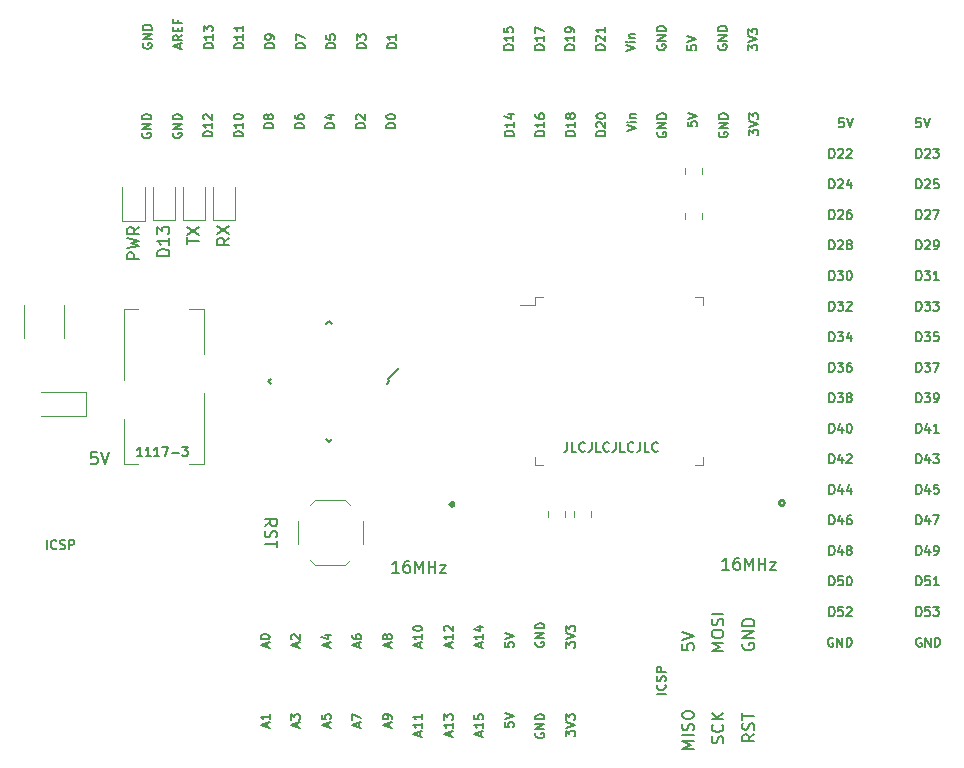
<source format=gbr>
G04 #@! TF.GenerationSoftware,KiCad,Pcbnew,(5.1.2-1)-1*
G04 #@! TF.CreationDate,2020-03-21T01:14:29+05:30*
G04 #@! TF.ProjectId,Mega,4d656761-2e6b-4696-9361-645f70636258,rev?*
G04 #@! TF.SameCoordinates,Original*
G04 #@! TF.FileFunction,Legend,Top*
G04 #@! TF.FilePolarity,Positive*
%FSLAX46Y46*%
G04 Gerber Fmt 4.6, Leading zero omitted, Abs format (unit mm)*
G04 Created by KiCad (PCBNEW (5.1.2-1)-1) date 2020-03-21 01:14:29*
%MOMM*%
%LPD*%
G04 APERTURE LIST*
%ADD10C,0.150000*%
%ADD11C,0.149860*%
%ADD12C,0.120000*%
%ADD13C,0.254000*%
%ADD14C,0.127000*%
G04 APERTURE END LIST*
D10*
X21009523Y-50452380D02*
X20533333Y-50452380D01*
X20485714Y-50928571D01*
X20533333Y-50880952D01*
X20628571Y-50833333D01*
X20866666Y-50833333D01*
X20961904Y-50880952D01*
X21009523Y-50928571D01*
X21057142Y-51023809D01*
X21057142Y-51261904D01*
X21009523Y-51357142D01*
X20961904Y-51404761D01*
X20866666Y-51452380D01*
X20628571Y-51452380D01*
X20533333Y-51404761D01*
X20485714Y-51357142D01*
X21342857Y-50452380D02*
X21676190Y-51452380D01*
X22009523Y-50452380D01*
X76652380Y-74337619D02*
X76176190Y-74670952D01*
X76652380Y-74909047D02*
X75652380Y-74909047D01*
X75652380Y-74528095D01*
X75700000Y-74432857D01*
X75747619Y-74385238D01*
X75842857Y-74337619D01*
X75985714Y-74337619D01*
X76080952Y-74385238D01*
X76128571Y-74432857D01*
X76176190Y-74528095D01*
X76176190Y-74909047D01*
X76604761Y-73956666D02*
X76652380Y-73813809D01*
X76652380Y-73575714D01*
X76604761Y-73480476D01*
X76557142Y-73432857D01*
X76461904Y-73385238D01*
X76366666Y-73385238D01*
X76271428Y-73432857D01*
X76223809Y-73480476D01*
X76176190Y-73575714D01*
X76128571Y-73766190D01*
X76080952Y-73861428D01*
X76033333Y-73909047D01*
X75938095Y-73956666D01*
X75842857Y-73956666D01*
X75747619Y-73909047D01*
X75700000Y-73861428D01*
X75652380Y-73766190D01*
X75652380Y-73528095D01*
X75700000Y-73385238D01*
X75652380Y-73099523D02*
X75652380Y-72528095D01*
X76652380Y-72813809D02*
X75652380Y-72813809D01*
X74004761Y-75075714D02*
X74052380Y-74932857D01*
X74052380Y-74694761D01*
X74004761Y-74599523D01*
X73957142Y-74551904D01*
X73861904Y-74504285D01*
X73766666Y-74504285D01*
X73671428Y-74551904D01*
X73623809Y-74599523D01*
X73576190Y-74694761D01*
X73528571Y-74885238D01*
X73480952Y-74980476D01*
X73433333Y-75028095D01*
X73338095Y-75075714D01*
X73242857Y-75075714D01*
X73147619Y-75028095D01*
X73100000Y-74980476D01*
X73052380Y-74885238D01*
X73052380Y-74647142D01*
X73100000Y-74504285D01*
X73957142Y-73504285D02*
X74004761Y-73551904D01*
X74052380Y-73694761D01*
X74052380Y-73790000D01*
X74004761Y-73932857D01*
X73909523Y-74028095D01*
X73814285Y-74075714D01*
X73623809Y-74123333D01*
X73480952Y-74123333D01*
X73290476Y-74075714D01*
X73195238Y-74028095D01*
X73100000Y-73932857D01*
X73052380Y-73790000D01*
X73052380Y-73694761D01*
X73100000Y-73551904D01*
X73147619Y-73504285D01*
X74052380Y-73075714D02*
X73052380Y-73075714D01*
X74052380Y-72504285D02*
X73480952Y-72932857D01*
X73052380Y-72504285D02*
X73623809Y-73075714D01*
X71552380Y-75561428D02*
X70552380Y-75561428D01*
X71266666Y-75228095D01*
X70552380Y-74894761D01*
X71552380Y-74894761D01*
X71552380Y-74418571D02*
X70552380Y-74418571D01*
X71504761Y-73990000D02*
X71552380Y-73847142D01*
X71552380Y-73609047D01*
X71504761Y-73513809D01*
X71457142Y-73466190D01*
X71361904Y-73418571D01*
X71266666Y-73418571D01*
X71171428Y-73466190D01*
X71123809Y-73513809D01*
X71076190Y-73609047D01*
X71028571Y-73799523D01*
X70980952Y-73894761D01*
X70933333Y-73942380D01*
X70838095Y-73990000D01*
X70742857Y-73990000D01*
X70647619Y-73942380D01*
X70600000Y-73894761D01*
X70552380Y-73799523D01*
X70552380Y-73561428D01*
X70600000Y-73418571D01*
X70552380Y-72799523D02*
X70552380Y-72609047D01*
X70600000Y-72513809D01*
X70695238Y-72418571D01*
X70885714Y-72370952D01*
X71219047Y-72370952D01*
X71409523Y-72418571D01*
X71504761Y-72513809D01*
X71552380Y-72609047D01*
X71552380Y-72799523D01*
X71504761Y-72894761D01*
X71409523Y-72990000D01*
X71219047Y-73037619D01*
X70885714Y-73037619D01*
X70695238Y-72990000D01*
X70600000Y-72894761D01*
X70552380Y-72799523D01*
X75700000Y-66651904D02*
X75652380Y-66747142D01*
X75652380Y-66890000D01*
X75700000Y-67032857D01*
X75795238Y-67128095D01*
X75890476Y-67175714D01*
X76080952Y-67223333D01*
X76223809Y-67223333D01*
X76414285Y-67175714D01*
X76509523Y-67128095D01*
X76604761Y-67032857D01*
X76652380Y-66890000D01*
X76652380Y-66794761D01*
X76604761Y-66651904D01*
X76557142Y-66604285D01*
X76223809Y-66604285D01*
X76223809Y-66794761D01*
X76652380Y-66175714D02*
X75652380Y-66175714D01*
X76652380Y-65604285D01*
X75652380Y-65604285D01*
X76652380Y-65128095D02*
X75652380Y-65128095D01*
X75652380Y-64890000D01*
X75700000Y-64747142D01*
X75795238Y-64651904D01*
X75890476Y-64604285D01*
X76080952Y-64556666D01*
X76223809Y-64556666D01*
X76414285Y-64604285D01*
X76509523Y-64651904D01*
X76604761Y-64747142D01*
X76652380Y-64890000D01*
X76652380Y-65128095D01*
X74052380Y-67254404D02*
X73052380Y-67254404D01*
X73766666Y-66921071D01*
X73052380Y-66587738D01*
X74052380Y-66587738D01*
X73052380Y-65921071D02*
X73052380Y-65730595D01*
X73100000Y-65635357D01*
X73195238Y-65540119D01*
X73385714Y-65492500D01*
X73719047Y-65492500D01*
X73909523Y-65540119D01*
X74004761Y-65635357D01*
X74052380Y-65730595D01*
X74052380Y-65921071D01*
X74004761Y-66016309D01*
X73909523Y-66111547D01*
X73719047Y-66159166D01*
X73385714Y-66159166D01*
X73195238Y-66111547D01*
X73100000Y-66016309D01*
X73052380Y-65921071D01*
X74004761Y-65111547D02*
X74052380Y-64968690D01*
X74052380Y-64730595D01*
X74004761Y-64635357D01*
X73957142Y-64587738D01*
X73861904Y-64540119D01*
X73766666Y-64540119D01*
X73671428Y-64587738D01*
X73623809Y-64635357D01*
X73576190Y-64730595D01*
X73528571Y-64921071D01*
X73480952Y-65016309D01*
X73433333Y-65063928D01*
X73338095Y-65111547D01*
X73242857Y-65111547D01*
X73147619Y-65063928D01*
X73100000Y-65016309D01*
X73052380Y-64921071D01*
X73052380Y-64682976D01*
X73100000Y-64540119D01*
X74052380Y-64111547D02*
X73052380Y-64111547D01*
D11*
X16775142Y-58644714D02*
X16775142Y-57882714D01*
X17573428Y-58572142D02*
X17537142Y-58608428D01*
X17428285Y-58644714D01*
X17355714Y-58644714D01*
X17246857Y-58608428D01*
X17174285Y-58535857D01*
X17138000Y-58463285D01*
X17101714Y-58318142D01*
X17101714Y-58209285D01*
X17138000Y-58064142D01*
X17174285Y-57991571D01*
X17246857Y-57919000D01*
X17355714Y-57882714D01*
X17428285Y-57882714D01*
X17537142Y-57919000D01*
X17573428Y-57955285D01*
X17863714Y-58608428D02*
X17972571Y-58644714D01*
X18154000Y-58644714D01*
X18226571Y-58608428D01*
X18262857Y-58572142D01*
X18299142Y-58499571D01*
X18299142Y-58427000D01*
X18262857Y-58354428D01*
X18226571Y-58318142D01*
X18154000Y-58281857D01*
X18008857Y-58245571D01*
X17936285Y-58209285D01*
X17900000Y-58173000D01*
X17863714Y-58100428D01*
X17863714Y-58027857D01*
X17900000Y-57955285D01*
X17936285Y-57919000D01*
X18008857Y-57882714D01*
X18190285Y-57882714D01*
X18299142Y-57919000D01*
X18625714Y-58644714D02*
X18625714Y-57882714D01*
X18916000Y-57882714D01*
X18988571Y-57919000D01*
X19024857Y-57955285D01*
X19061142Y-58027857D01*
X19061142Y-58136714D01*
X19024857Y-58209285D01*
X18988571Y-58245571D01*
X18916000Y-58281857D01*
X18625714Y-58281857D01*
D10*
X60820761Y-49599904D02*
X60820761Y-50171333D01*
X60782666Y-50285619D01*
X60706476Y-50361809D01*
X60592190Y-50399904D01*
X60516000Y-50399904D01*
X61582666Y-50399904D02*
X61201714Y-50399904D01*
X61201714Y-49599904D01*
X62306476Y-50323714D02*
X62268380Y-50361809D01*
X62154095Y-50399904D01*
X62077904Y-50399904D01*
X61963619Y-50361809D01*
X61887428Y-50285619D01*
X61849333Y-50209428D01*
X61811238Y-50057047D01*
X61811238Y-49942761D01*
X61849333Y-49790380D01*
X61887428Y-49714190D01*
X61963619Y-49638000D01*
X62077904Y-49599904D01*
X62154095Y-49599904D01*
X62268380Y-49638000D01*
X62306476Y-49676095D01*
X62877904Y-49599904D02*
X62877904Y-50171333D01*
X62839809Y-50285619D01*
X62763619Y-50361809D01*
X62649333Y-50399904D01*
X62573142Y-50399904D01*
X63639809Y-50399904D02*
X63258857Y-50399904D01*
X63258857Y-49599904D01*
X64363619Y-50323714D02*
X64325523Y-50361809D01*
X64211238Y-50399904D01*
X64135047Y-50399904D01*
X64020761Y-50361809D01*
X63944571Y-50285619D01*
X63906476Y-50209428D01*
X63868380Y-50057047D01*
X63868380Y-49942761D01*
X63906476Y-49790380D01*
X63944571Y-49714190D01*
X64020761Y-49638000D01*
X64135047Y-49599904D01*
X64211238Y-49599904D01*
X64325523Y-49638000D01*
X64363619Y-49676095D01*
X64935047Y-49599904D02*
X64935047Y-50171333D01*
X64896952Y-50285619D01*
X64820761Y-50361809D01*
X64706476Y-50399904D01*
X64630285Y-50399904D01*
X65696952Y-50399904D02*
X65316000Y-50399904D01*
X65316000Y-49599904D01*
X66420761Y-50323714D02*
X66382666Y-50361809D01*
X66268380Y-50399904D01*
X66192190Y-50399904D01*
X66077904Y-50361809D01*
X66001714Y-50285619D01*
X65963619Y-50209428D01*
X65925523Y-50057047D01*
X65925523Y-49942761D01*
X65963619Y-49790380D01*
X66001714Y-49714190D01*
X66077904Y-49638000D01*
X66192190Y-49599904D01*
X66268380Y-49599904D01*
X66382666Y-49638000D01*
X66420761Y-49676095D01*
X66992190Y-49599904D02*
X66992190Y-50171333D01*
X66954095Y-50285619D01*
X66877904Y-50361809D01*
X66763619Y-50399904D01*
X66687428Y-50399904D01*
X67754095Y-50399904D02*
X67373142Y-50399904D01*
X67373142Y-49599904D01*
X68477904Y-50323714D02*
X68439809Y-50361809D01*
X68325523Y-50399904D01*
X68249333Y-50399904D01*
X68135047Y-50361809D01*
X68058857Y-50285619D01*
X68020761Y-50209428D01*
X67982666Y-50057047D01*
X67982666Y-49942761D01*
X68020761Y-49790380D01*
X68058857Y-49714190D01*
X68135047Y-49638000D01*
X68249333Y-49599904D01*
X68325523Y-49599904D01*
X68439809Y-49638000D01*
X68477904Y-49676095D01*
X70552380Y-66680476D02*
X70552380Y-67156666D01*
X71028571Y-67204285D01*
X70980952Y-67156666D01*
X70933333Y-67061428D01*
X70933333Y-66823333D01*
X70980952Y-66728095D01*
X71028571Y-66680476D01*
X71123809Y-66632857D01*
X71361904Y-66632857D01*
X71457142Y-66680476D01*
X71504761Y-66728095D01*
X71552380Y-66823333D01*
X71552380Y-67061428D01*
X71504761Y-67156666D01*
X71457142Y-67204285D01*
X70552380Y-66347142D02*
X71552380Y-66013809D01*
X70552380Y-65680476D01*
X35397000Y-73731214D02*
X35397000Y-73368357D01*
X35614714Y-73803785D02*
X34852714Y-73549785D01*
X35614714Y-73295785D01*
X35614714Y-72642642D02*
X35614714Y-73078071D01*
X35614714Y-72860357D02*
X34852714Y-72860357D01*
X34961571Y-72932928D01*
X35034142Y-73005500D01*
X35070428Y-73078071D01*
X37983000Y-73731214D02*
X37983000Y-73368357D01*
X38200714Y-73803785D02*
X37438714Y-73549785D01*
X38200714Y-73295785D01*
X37438714Y-73114357D02*
X37438714Y-72642642D01*
X37729000Y-72896642D01*
X37729000Y-72787785D01*
X37765285Y-72715214D01*
X37801571Y-72678928D01*
X37874142Y-72642642D01*
X38055571Y-72642642D01*
X38128142Y-72678928D01*
X38164428Y-72715214D01*
X38200714Y-72787785D01*
X38200714Y-73005500D01*
X38164428Y-73078071D01*
X38128142Y-73114357D01*
X40569000Y-73731214D02*
X40569000Y-73368357D01*
X40786714Y-73803785D02*
X40024714Y-73549785D01*
X40786714Y-73295785D01*
X40024714Y-72678928D02*
X40024714Y-73041785D01*
X40387571Y-73078071D01*
X40351285Y-73041785D01*
X40315000Y-72969214D01*
X40315000Y-72787785D01*
X40351285Y-72715214D01*
X40387571Y-72678928D01*
X40460142Y-72642642D01*
X40641571Y-72642642D01*
X40714142Y-72678928D01*
X40750428Y-72715214D01*
X40786714Y-72787785D01*
X40786714Y-72969214D01*
X40750428Y-73041785D01*
X40714142Y-73078071D01*
X43155000Y-73731214D02*
X43155000Y-73368357D01*
X43372714Y-73803785D02*
X42610714Y-73549785D01*
X43372714Y-73295785D01*
X42610714Y-73114357D02*
X42610714Y-72606357D01*
X43372714Y-72932928D01*
X45741000Y-73731214D02*
X45741000Y-73368357D01*
X45958714Y-73803785D02*
X45196714Y-73549785D01*
X45958714Y-73295785D01*
X45958714Y-73005500D02*
X45958714Y-72860357D01*
X45922428Y-72787785D01*
X45886142Y-72751500D01*
X45777285Y-72678928D01*
X45632142Y-72642642D01*
X45341857Y-72642642D01*
X45269285Y-72678928D01*
X45233000Y-72715214D01*
X45196714Y-72787785D01*
X45196714Y-72932928D01*
X45233000Y-73005500D01*
X45269285Y-73041785D01*
X45341857Y-73078071D01*
X45523285Y-73078071D01*
X45595857Y-73041785D01*
X45632142Y-73005500D01*
X45668428Y-72932928D01*
X45668428Y-72787785D01*
X45632142Y-72715214D01*
X45595857Y-72678928D01*
X45523285Y-72642642D01*
X48327000Y-74456928D02*
X48327000Y-74094071D01*
X48544714Y-74529500D02*
X47782714Y-74275500D01*
X48544714Y-74021500D01*
X48544714Y-73368357D02*
X48544714Y-73803785D01*
X48544714Y-73586071D02*
X47782714Y-73586071D01*
X47891571Y-73658642D01*
X47964142Y-73731214D01*
X48000428Y-73803785D01*
X48544714Y-72642642D02*
X48544714Y-73078071D01*
X48544714Y-72860357D02*
X47782714Y-72860357D01*
X47891571Y-72932928D01*
X47964142Y-73005500D01*
X48000428Y-73078071D01*
X50913000Y-74456928D02*
X50913000Y-74094071D01*
X51130714Y-74529500D02*
X50368714Y-74275500D01*
X51130714Y-74021500D01*
X51130714Y-73368357D02*
X51130714Y-73803785D01*
X51130714Y-73586071D02*
X50368714Y-73586071D01*
X50477571Y-73658642D01*
X50550142Y-73731214D01*
X50586428Y-73803785D01*
X50368714Y-73114357D02*
X50368714Y-72642642D01*
X50659000Y-72896642D01*
X50659000Y-72787785D01*
X50695285Y-72715214D01*
X50731571Y-72678928D01*
X50804142Y-72642642D01*
X50985571Y-72642642D01*
X51058142Y-72678928D01*
X51094428Y-72715214D01*
X51130714Y-72787785D01*
X51130714Y-73005500D01*
X51094428Y-73078071D01*
X51058142Y-73114357D01*
X53499000Y-74456928D02*
X53499000Y-74094071D01*
X53716714Y-74529500D02*
X52954714Y-74275500D01*
X53716714Y-74021500D01*
X53716714Y-73368357D02*
X53716714Y-73803785D01*
X53716714Y-73586071D02*
X52954714Y-73586071D01*
X53063571Y-73658642D01*
X53136142Y-73731214D01*
X53172428Y-73803785D01*
X52954714Y-72678928D02*
X52954714Y-73041785D01*
X53317571Y-73078071D01*
X53281285Y-73041785D01*
X53245000Y-72969214D01*
X53245000Y-72787785D01*
X53281285Y-72715214D01*
X53317571Y-72678928D01*
X53390142Y-72642642D01*
X53571571Y-72642642D01*
X53644142Y-72678928D01*
X53680428Y-72715214D01*
X53716714Y-72787785D01*
X53716714Y-72969214D01*
X53680428Y-73041785D01*
X53644142Y-73078071D01*
X55540714Y-73332071D02*
X55540714Y-73694928D01*
X55903571Y-73731214D01*
X55867285Y-73694928D01*
X55831000Y-73622357D01*
X55831000Y-73440928D01*
X55867285Y-73368357D01*
X55903571Y-73332071D01*
X55976142Y-73295785D01*
X56157571Y-73295785D01*
X56230142Y-73332071D01*
X56266428Y-73368357D01*
X56302714Y-73440928D01*
X56302714Y-73622357D01*
X56266428Y-73694928D01*
X56230142Y-73731214D01*
X55540714Y-73078071D02*
X56302714Y-72824071D01*
X55540714Y-72570071D01*
X58163000Y-74239214D02*
X58126714Y-74311785D01*
X58126714Y-74420642D01*
X58163000Y-74529500D01*
X58235571Y-74602071D01*
X58308142Y-74638357D01*
X58453285Y-74674642D01*
X58562142Y-74674642D01*
X58707285Y-74638357D01*
X58779857Y-74602071D01*
X58852428Y-74529500D01*
X58888714Y-74420642D01*
X58888714Y-74348071D01*
X58852428Y-74239214D01*
X58816142Y-74202928D01*
X58562142Y-74202928D01*
X58562142Y-74348071D01*
X58888714Y-73876357D02*
X58126714Y-73876357D01*
X58888714Y-73440928D01*
X58126714Y-73440928D01*
X58888714Y-73078071D02*
X58126714Y-73078071D01*
X58126714Y-72896642D01*
X58163000Y-72787785D01*
X58235571Y-72715214D01*
X58308142Y-72678928D01*
X58453285Y-72642642D01*
X58562142Y-72642642D01*
X58707285Y-72678928D01*
X58779857Y-72715214D01*
X58852428Y-72787785D01*
X58888714Y-72896642D01*
X58888714Y-73078071D01*
X60712714Y-74493214D02*
X60712714Y-74021500D01*
X61003000Y-74275500D01*
X61003000Y-74166642D01*
X61039285Y-74094071D01*
X61075571Y-74057785D01*
X61148142Y-74021500D01*
X61329571Y-74021500D01*
X61402142Y-74057785D01*
X61438428Y-74094071D01*
X61474714Y-74166642D01*
X61474714Y-74384357D01*
X61438428Y-74456928D01*
X61402142Y-74493214D01*
X60712714Y-73803785D02*
X61474714Y-73549785D01*
X60712714Y-73295785D01*
X60712714Y-73114357D02*
X60712714Y-72642642D01*
X61003000Y-72896642D01*
X61003000Y-72787785D01*
X61039285Y-72715214D01*
X61075571Y-72678928D01*
X61148142Y-72642642D01*
X61329571Y-72642642D01*
X61402142Y-72678928D01*
X61438428Y-72715214D01*
X61474714Y-72787785D01*
X61474714Y-73005500D01*
X61438428Y-73078071D01*
X61402142Y-73114357D01*
X35397000Y-66957357D02*
X35397000Y-66594500D01*
X35614714Y-67029928D02*
X34852714Y-66775928D01*
X35614714Y-66521928D01*
X34852714Y-66122785D02*
X34852714Y-66050214D01*
X34889000Y-65977642D01*
X34925285Y-65941357D01*
X34997857Y-65905071D01*
X35143000Y-65868785D01*
X35324428Y-65868785D01*
X35469571Y-65905071D01*
X35542142Y-65941357D01*
X35578428Y-65977642D01*
X35614714Y-66050214D01*
X35614714Y-66122785D01*
X35578428Y-66195357D01*
X35542142Y-66231642D01*
X35469571Y-66267928D01*
X35324428Y-66304214D01*
X35143000Y-66304214D01*
X34997857Y-66267928D01*
X34925285Y-66231642D01*
X34889000Y-66195357D01*
X34852714Y-66122785D01*
X37983000Y-66957357D02*
X37983000Y-66594500D01*
X38200714Y-67029928D02*
X37438714Y-66775928D01*
X38200714Y-66521928D01*
X37511285Y-66304214D02*
X37475000Y-66267928D01*
X37438714Y-66195357D01*
X37438714Y-66013928D01*
X37475000Y-65941357D01*
X37511285Y-65905071D01*
X37583857Y-65868785D01*
X37656428Y-65868785D01*
X37765285Y-65905071D01*
X38200714Y-66340500D01*
X38200714Y-65868785D01*
X40569000Y-66957357D02*
X40569000Y-66594500D01*
X40786714Y-67029928D02*
X40024714Y-66775928D01*
X40786714Y-66521928D01*
X40278714Y-65941357D02*
X40786714Y-65941357D01*
X39988428Y-66122785D02*
X40532714Y-66304214D01*
X40532714Y-65832500D01*
X43155000Y-66957357D02*
X43155000Y-66594500D01*
X43372714Y-67029928D02*
X42610714Y-66775928D01*
X43372714Y-66521928D01*
X42610714Y-65941357D02*
X42610714Y-66086500D01*
X42647000Y-66159071D01*
X42683285Y-66195357D01*
X42792142Y-66267928D01*
X42937285Y-66304214D01*
X43227571Y-66304214D01*
X43300142Y-66267928D01*
X43336428Y-66231642D01*
X43372714Y-66159071D01*
X43372714Y-66013928D01*
X43336428Y-65941357D01*
X43300142Y-65905071D01*
X43227571Y-65868785D01*
X43046142Y-65868785D01*
X42973571Y-65905071D01*
X42937285Y-65941357D01*
X42901000Y-66013928D01*
X42901000Y-66159071D01*
X42937285Y-66231642D01*
X42973571Y-66267928D01*
X43046142Y-66304214D01*
X45741000Y-66957357D02*
X45741000Y-66594500D01*
X45958714Y-67029928D02*
X45196714Y-66775928D01*
X45958714Y-66521928D01*
X45523285Y-66159071D02*
X45487000Y-66231642D01*
X45450714Y-66267928D01*
X45378142Y-66304214D01*
X45341857Y-66304214D01*
X45269285Y-66267928D01*
X45233000Y-66231642D01*
X45196714Y-66159071D01*
X45196714Y-66013928D01*
X45233000Y-65941357D01*
X45269285Y-65905071D01*
X45341857Y-65868785D01*
X45378142Y-65868785D01*
X45450714Y-65905071D01*
X45487000Y-65941357D01*
X45523285Y-66013928D01*
X45523285Y-66159071D01*
X45559571Y-66231642D01*
X45595857Y-66267928D01*
X45668428Y-66304214D01*
X45813571Y-66304214D01*
X45886142Y-66267928D01*
X45922428Y-66231642D01*
X45958714Y-66159071D01*
X45958714Y-66013928D01*
X45922428Y-65941357D01*
X45886142Y-65905071D01*
X45813571Y-65868785D01*
X45668428Y-65868785D01*
X45595857Y-65905071D01*
X45559571Y-65941357D01*
X45523285Y-66013928D01*
X48327000Y-66957357D02*
X48327000Y-66594500D01*
X48544714Y-67029928D02*
X47782714Y-66775928D01*
X48544714Y-66521928D01*
X48544714Y-65868785D02*
X48544714Y-66304214D01*
X48544714Y-66086500D02*
X47782714Y-66086500D01*
X47891571Y-66159071D01*
X47964142Y-66231642D01*
X48000428Y-66304214D01*
X47782714Y-65397071D02*
X47782714Y-65324500D01*
X47819000Y-65251928D01*
X47855285Y-65215642D01*
X47927857Y-65179357D01*
X48073000Y-65143071D01*
X48254428Y-65143071D01*
X48399571Y-65179357D01*
X48472142Y-65215642D01*
X48508428Y-65251928D01*
X48544714Y-65324500D01*
X48544714Y-65397071D01*
X48508428Y-65469642D01*
X48472142Y-65505928D01*
X48399571Y-65542214D01*
X48254428Y-65578500D01*
X48073000Y-65578500D01*
X47927857Y-65542214D01*
X47855285Y-65505928D01*
X47819000Y-65469642D01*
X47782714Y-65397071D01*
X50913000Y-66957357D02*
X50913000Y-66594500D01*
X51130714Y-67029928D02*
X50368714Y-66775928D01*
X51130714Y-66521928D01*
X51130714Y-65868785D02*
X51130714Y-66304214D01*
X51130714Y-66086500D02*
X50368714Y-66086500D01*
X50477571Y-66159071D01*
X50550142Y-66231642D01*
X50586428Y-66304214D01*
X50441285Y-65578500D02*
X50405000Y-65542214D01*
X50368714Y-65469642D01*
X50368714Y-65288214D01*
X50405000Y-65215642D01*
X50441285Y-65179357D01*
X50513857Y-65143071D01*
X50586428Y-65143071D01*
X50695285Y-65179357D01*
X51130714Y-65614785D01*
X51130714Y-65143071D01*
X53499000Y-66957357D02*
X53499000Y-66594500D01*
X53716714Y-67029928D02*
X52954714Y-66775928D01*
X53716714Y-66521928D01*
X53716714Y-65868785D02*
X53716714Y-66304214D01*
X53716714Y-66086500D02*
X52954714Y-66086500D01*
X53063571Y-66159071D01*
X53136142Y-66231642D01*
X53172428Y-66304214D01*
X53208714Y-65215642D02*
X53716714Y-65215642D01*
X52918428Y-65397071D02*
X53462714Y-65578500D01*
X53462714Y-65106785D01*
X55540714Y-66558214D02*
X55540714Y-66921071D01*
X55903571Y-66957357D01*
X55867285Y-66921071D01*
X55831000Y-66848500D01*
X55831000Y-66667071D01*
X55867285Y-66594500D01*
X55903571Y-66558214D01*
X55976142Y-66521928D01*
X56157571Y-66521928D01*
X56230142Y-66558214D01*
X56266428Y-66594500D01*
X56302714Y-66667071D01*
X56302714Y-66848500D01*
X56266428Y-66921071D01*
X56230142Y-66957357D01*
X55540714Y-66304214D02*
X56302714Y-66050214D01*
X55540714Y-65796214D01*
X58163000Y-66521928D02*
X58126714Y-66594500D01*
X58126714Y-66703357D01*
X58163000Y-66812214D01*
X58235571Y-66884785D01*
X58308142Y-66921071D01*
X58453285Y-66957357D01*
X58562142Y-66957357D01*
X58707285Y-66921071D01*
X58779857Y-66884785D01*
X58852428Y-66812214D01*
X58888714Y-66703357D01*
X58888714Y-66630785D01*
X58852428Y-66521928D01*
X58816142Y-66485642D01*
X58562142Y-66485642D01*
X58562142Y-66630785D01*
X58888714Y-66159071D02*
X58126714Y-66159071D01*
X58888714Y-65723642D01*
X58126714Y-65723642D01*
X58888714Y-65360785D02*
X58126714Y-65360785D01*
X58126714Y-65179357D01*
X58163000Y-65070500D01*
X58235571Y-64997928D01*
X58308142Y-64961642D01*
X58453285Y-64925357D01*
X58562142Y-64925357D01*
X58707285Y-64961642D01*
X58779857Y-64997928D01*
X58852428Y-65070500D01*
X58888714Y-65179357D01*
X58888714Y-65360785D01*
X60712714Y-66993642D02*
X60712714Y-66521928D01*
X61003000Y-66775928D01*
X61003000Y-66667071D01*
X61039285Y-66594500D01*
X61075571Y-66558214D01*
X61148142Y-66521928D01*
X61329571Y-66521928D01*
X61402142Y-66558214D01*
X61438428Y-66594500D01*
X61474714Y-66667071D01*
X61474714Y-66884785D01*
X61438428Y-66957357D01*
X61402142Y-66993642D01*
X60712714Y-66304214D02*
X61474714Y-66050214D01*
X60712714Y-65796214D01*
X60712714Y-65614785D02*
X60712714Y-65143071D01*
X61003000Y-65397071D01*
X61003000Y-65288214D01*
X61039285Y-65215642D01*
X61075571Y-65179357D01*
X61148142Y-65143071D01*
X61329571Y-65143071D01*
X61402142Y-65179357D01*
X61438428Y-65215642D01*
X61474714Y-65288214D01*
X61474714Y-65505928D01*
X61438428Y-65578500D01*
X61402142Y-65614785D01*
D11*
X69144714Y-70924857D02*
X68382714Y-70924857D01*
X69072142Y-70126571D02*
X69108428Y-70162857D01*
X69144714Y-70271714D01*
X69144714Y-70344285D01*
X69108428Y-70453142D01*
X69035857Y-70525714D01*
X68963285Y-70562000D01*
X68818142Y-70598285D01*
X68709285Y-70598285D01*
X68564142Y-70562000D01*
X68491571Y-70525714D01*
X68419000Y-70453142D01*
X68382714Y-70344285D01*
X68382714Y-70271714D01*
X68419000Y-70162857D01*
X68455285Y-70126571D01*
X69108428Y-69836285D02*
X69144714Y-69727428D01*
X69144714Y-69546000D01*
X69108428Y-69473428D01*
X69072142Y-69437142D01*
X68999571Y-69400857D01*
X68927000Y-69400857D01*
X68854428Y-69437142D01*
X68818142Y-69473428D01*
X68781857Y-69546000D01*
X68745571Y-69691142D01*
X68709285Y-69763714D01*
X68673000Y-69800000D01*
X68600428Y-69836285D01*
X68527857Y-69836285D01*
X68455285Y-69800000D01*
X68419000Y-69763714D01*
X68382714Y-69691142D01*
X68382714Y-69509714D01*
X68419000Y-69400857D01*
X69144714Y-69074285D02*
X68382714Y-69074285D01*
X68382714Y-68784000D01*
X68419000Y-68711428D01*
X68455285Y-68675142D01*
X68527857Y-68638857D01*
X68636714Y-68638857D01*
X68709285Y-68675142D01*
X68745571Y-68711428D01*
X68781857Y-68784000D01*
X68781857Y-69074285D01*
D10*
X90748285Y-22178714D02*
X90385428Y-22178714D01*
X90349142Y-22541571D01*
X90385428Y-22505285D01*
X90458000Y-22469000D01*
X90639428Y-22469000D01*
X90712000Y-22505285D01*
X90748285Y-22541571D01*
X90784571Y-22614142D01*
X90784571Y-22795571D01*
X90748285Y-22868142D01*
X90712000Y-22904428D01*
X90639428Y-22940714D01*
X90458000Y-22940714D01*
X90385428Y-22904428D01*
X90349142Y-22868142D01*
X91002285Y-22178714D02*
X91256285Y-22940714D01*
X91510285Y-22178714D01*
X90385428Y-25526714D02*
X90385428Y-24764714D01*
X90566857Y-24764714D01*
X90675714Y-24801000D01*
X90748285Y-24873571D01*
X90784571Y-24946142D01*
X90820857Y-25091285D01*
X90820857Y-25200142D01*
X90784571Y-25345285D01*
X90748285Y-25417857D01*
X90675714Y-25490428D01*
X90566857Y-25526714D01*
X90385428Y-25526714D01*
X91111142Y-24837285D02*
X91147428Y-24801000D01*
X91220000Y-24764714D01*
X91401428Y-24764714D01*
X91474000Y-24801000D01*
X91510285Y-24837285D01*
X91546571Y-24909857D01*
X91546571Y-24982428D01*
X91510285Y-25091285D01*
X91074857Y-25526714D01*
X91546571Y-25526714D01*
X91800571Y-24764714D02*
X92272285Y-24764714D01*
X92018285Y-25055000D01*
X92127142Y-25055000D01*
X92199714Y-25091285D01*
X92236000Y-25127571D01*
X92272285Y-25200142D01*
X92272285Y-25381571D01*
X92236000Y-25454142D01*
X92199714Y-25490428D01*
X92127142Y-25526714D01*
X91909428Y-25526714D01*
X91836857Y-25490428D01*
X91800571Y-25454142D01*
X90385428Y-28112714D02*
X90385428Y-27350714D01*
X90566857Y-27350714D01*
X90675714Y-27387000D01*
X90748285Y-27459571D01*
X90784571Y-27532142D01*
X90820857Y-27677285D01*
X90820857Y-27786142D01*
X90784571Y-27931285D01*
X90748285Y-28003857D01*
X90675714Y-28076428D01*
X90566857Y-28112714D01*
X90385428Y-28112714D01*
X91111142Y-27423285D02*
X91147428Y-27387000D01*
X91220000Y-27350714D01*
X91401428Y-27350714D01*
X91474000Y-27387000D01*
X91510285Y-27423285D01*
X91546571Y-27495857D01*
X91546571Y-27568428D01*
X91510285Y-27677285D01*
X91074857Y-28112714D01*
X91546571Y-28112714D01*
X92236000Y-27350714D02*
X91873142Y-27350714D01*
X91836857Y-27713571D01*
X91873142Y-27677285D01*
X91945714Y-27641000D01*
X92127142Y-27641000D01*
X92199714Y-27677285D01*
X92236000Y-27713571D01*
X92272285Y-27786142D01*
X92272285Y-27967571D01*
X92236000Y-28040142D01*
X92199714Y-28076428D01*
X92127142Y-28112714D01*
X91945714Y-28112714D01*
X91873142Y-28076428D01*
X91836857Y-28040142D01*
X90385428Y-30698714D02*
X90385428Y-29936714D01*
X90566857Y-29936714D01*
X90675714Y-29973000D01*
X90748285Y-30045571D01*
X90784571Y-30118142D01*
X90820857Y-30263285D01*
X90820857Y-30372142D01*
X90784571Y-30517285D01*
X90748285Y-30589857D01*
X90675714Y-30662428D01*
X90566857Y-30698714D01*
X90385428Y-30698714D01*
X91111142Y-30009285D02*
X91147428Y-29973000D01*
X91220000Y-29936714D01*
X91401428Y-29936714D01*
X91474000Y-29973000D01*
X91510285Y-30009285D01*
X91546571Y-30081857D01*
X91546571Y-30154428D01*
X91510285Y-30263285D01*
X91074857Y-30698714D01*
X91546571Y-30698714D01*
X91800571Y-29936714D02*
X92308571Y-29936714D01*
X91982000Y-30698714D01*
X90385428Y-33284714D02*
X90385428Y-32522714D01*
X90566857Y-32522714D01*
X90675714Y-32559000D01*
X90748285Y-32631571D01*
X90784571Y-32704142D01*
X90820857Y-32849285D01*
X90820857Y-32958142D01*
X90784571Y-33103285D01*
X90748285Y-33175857D01*
X90675714Y-33248428D01*
X90566857Y-33284714D01*
X90385428Y-33284714D01*
X91111142Y-32595285D02*
X91147428Y-32559000D01*
X91220000Y-32522714D01*
X91401428Y-32522714D01*
X91474000Y-32559000D01*
X91510285Y-32595285D01*
X91546571Y-32667857D01*
X91546571Y-32740428D01*
X91510285Y-32849285D01*
X91074857Y-33284714D01*
X91546571Y-33284714D01*
X91909428Y-33284714D02*
X92054571Y-33284714D01*
X92127142Y-33248428D01*
X92163428Y-33212142D01*
X92236000Y-33103285D01*
X92272285Y-32958142D01*
X92272285Y-32667857D01*
X92236000Y-32595285D01*
X92199714Y-32559000D01*
X92127142Y-32522714D01*
X91982000Y-32522714D01*
X91909428Y-32559000D01*
X91873142Y-32595285D01*
X91836857Y-32667857D01*
X91836857Y-32849285D01*
X91873142Y-32921857D01*
X91909428Y-32958142D01*
X91982000Y-32994428D01*
X92127142Y-32994428D01*
X92199714Y-32958142D01*
X92236000Y-32921857D01*
X92272285Y-32849285D01*
X90385428Y-35870714D02*
X90385428Y-35108714D01*
X90566857Y-35108714D01*
X90675714Y-35145000D01*
X90748285Y-35217571D01*
X90784571Y-35290142D01*
X90820857Y-35435285D01*
X90820857Y-35544142D01*
X90784571Y-35689285D01*
X90748285Y-35761857D01*
X90675714Y-35834428D01*
X90566857Y-35870714D01*
X90385428Y-35870714D01*
X91074857Y-35108714D02*
X91546571Y-35108714D01*
X91292571Y-35399000D01*
X91401428Y-35399000D01*
X91474000Y-35435285D01*
X91510285Y-35471571D01*
X91546571Y-35544142D01*
X91546571Y-35725571D01*
X91510285Y-35798142D01*
X91474000Y-35834428D01*
X91401428Y-35870714D01*
X91183714Y-35870714D01*
X91111142Y-35834428D01*
X91074857Y-35798142D01*
X92272285Y-35870714D02*
X91836857Y-35870714D01*
X92054571Y-35870714D02*
X92054571Y-35108714D01*
X91982000Y-35217571D01*
X91909428Y-35290142D01*
X91836857Y-35326428D01*
X90385428Y-38456714D02*
X90385428Y-37694714D01*
X90566857Y-37694714D01*
X90675714Y-37731000D01*
X90748285Y-37803571D01*
X90784571Y-37876142D01*
X90820857Y-38021285D01*
X90820857Y-38130142D01*
X90784571Y-38275285D01*
X90748285Y-38347857D01*
X90675714Y-38420428D01*
X90566857Y-38456714D01*
X90385428Y-38456714D01*
X91074857Y-37694714D02*
X91546571Y-37694714D01*
X91292571Y-37985000D01*
X91401428Y-37985000D01*
X91474000Y-38021285D01*
X91510285Y-38057571D01*
X91546571Y-38130142D01*
X91546571Y-38311571D01*
X91510285Y-38384142D01*
X91474000Y-38420428D01*
X91401428Y-38456714D01*
X91183714Y-38456714D01*
X91111142Y-38420428D01*
X91074857Y-38384142D01*
X91800571Y-37694714D02*
X92272285Y-37694714D01*
X92018285Y-37985000D01*
X92127142Y-37985000D01*
X92199714Y-38021285D01*
X92236000Y-38057571D01*
X92272285Y-38130142D01*
X92272285Y-38311571D01*
X92236000Y-38384142D01*
X92199714Y-38420428D01*
X92127142Y-38456714D01*
X91909428Y-38456714D01*
X91836857Y-38420428D01*
X91800571Y-38384142D01*
X90385428Y-41042714D02*
X90385428Y-40280714D01*
X90566857Y-40280714D01*
X90675714Y-40317000D01*
X90748285Y-40389571D01*
X90784571Y-40462142D01*
X90820857Y-40607285D01*
X90820857Y-40716142D01*
X90784571Y-40861285D01*
X90748285Y-40933857D01*
X90675714Y-41006428D01*
X90566857Y-41042714D01*
X90385428Y-41042714D01*
X91074857Y-40280714D02*
X91546571Y-40280714D01*
X91292571Y-40571000D01*
X91401428Y-40571000D01*
X91474000Y-40607285D01*
X91510285Y-40643571D01*
X91546571Y-40716142D01*
X91546571Y-40897571D01*
X91510285Y-40970142D01*
X91474000Y-41006428D01*
X91401428Y-41042714D01*
X91183714Y-41042714D01*
X91111142Y-41006428D01*
X91074857Y-40970142D01*
X92236000Y-40280714D02*
X91873142Y-40280714D01*
X91836857Y-40643571D01*
X91873142Y-40607285D01*
X91945714Y-40571000D01*
X92127142Y-40571000D01*
X92199714Y-40607285D01*
X92236000Y-40643571D01*
X92272285Y-40716142D01*
X92272285Y-40897571D01*
X92236000Y-40970142D01*
X92199714Y-41006428D01*
X92127142Y-41042714D01*
X91945714Y-41042714D01*
X91873142Y-41006428D01*
X91836857Y-40970142D01*
X90385428Y-43628714D02*
X90385428Y-42866714D01*
X90566857Y-42866714D01*
X90675714Y-42903000D01*
X90748285Y-42975571D01*
X90784571Y-43048142D01*
X90820857Y-43193285D01*
X90820857Y-43302142D01*
X90784571Y-43447285D01*
X90748285Y-43519857D01*
X90675714Y-43592428D01*
X90566857Y-43628714D01*
X90385428Y-43628714D01*
X91074857Y-42866714D02*
X91546571Y-42866714D01*
X91292571Y-43157000D01*
X91401428Y-43157000D01*
X91474000Y-43193285D01*
X91510285Y-43229571D01*
X91546571Y-43302142D01*
X91546571Y-43483571D01*
X91510285Y-43556142D01*
X91474000Y-43592428D01*
X91401428Y-43628714D01*
X91183714Y-43628714D01*
X91111142Y-43592428D01*
X91074857Y-43556142D01*
X91800571Y-42866714D02*
X92308571Y-42866714D01*
X91982000Y-43628714D01*
X90385428Y-46214714D02*
X90385428Y-45452714D01*
X90566857Y-45452714D01*
X90675714Y-45489000D01*
X90748285Y-45561571D01*
X90784571Y-45634142D01*
X90820857Y-45779285D01*
X90820857Y-45888142D01*
X90784571Y-46033285D01*
X90748285Y-46105857D01*
X90675714Y-46178428D01*
X90566857Y-46214714D01*
X90385428Y-46214714D01*
X91074857Y-45452714D02*
X91546571Y-45452714D01*
X91292571Y-45743000D01*
X91401428Y-45743000D01*
X91474000Y-45779285D01*
X91510285Y-45815571D01*
X91546571Y-45888142D01*
X91546571Y-46069571D01*
X91510285Y-46142142D01*
X91474000Y-46178428D01*
X91401428Y-46214714D01*
X91183714Y-46214714D01*
X91111142Y-46178428D01*
X91074857Y-46142142D01*
X91909428Y-46214714D02*
X92054571Y-46214714D01*
X92127142Y-46178428D01*
X92163428Y-46142142D01*
X92236000Y-46033285D01*
X92272285Y-45888142D01*
X92272285Y-45597857D01*
X92236000Y-45525285D01*
X92199714Y-45489000D01*
X92127142Y-45452714D01*
X91982000Y-45452714D01*
X91909428Y-45489000D01*
X91873142Y-45525285D01*
X91836857Y-45597857D01*
X91836857Y-45779285D01*
X91873142Y-45851857D01*
X91909428Y-45888142D01*
X91982000Y-45924428D01*
X92127142Y-45924428D01*
X92199714Y-45888142D01*
X92236000Y-45851857D01*
X92272285Y-45779285D01*
X90385428Y-48800714D02*
X90385428Y-48038714D01*
X90566857Y-48038714D01*
X90675714Y-48075000D01*
X90748285Y-48147571D01*
X90784571Y-48220142D01*
X90820857Y-48365285D01*
X90820857Y-48474142D01*
X90784571Y-48619285D01*
X90748285Y-48691857D01*
X90675714Y-48764428D01*
X90566857Y-48800714D01*
X90385428Y-48800714D01*
X91474000Y-48292714D02*
X91474000Y-48800714D01*
X91292571Y-48002428D02*
X91111142Y-48546714D01*
X91582857Y-48546714D01*
X92272285Y-48800714D02*
X91836857Y-48800714D01*
X92054571Y-48800714D02*
X92054571Y-48038714D01*
X91982000Y-48147571D01*
X91909428Y-48220142D01*
X91836857Y-48256428D01*
X90385428Y-51386714D02*
X90385428Y-50624714D01*
X90566857Y-50624714D01*
X90675714Y-50661000D01*
X90748285Y-50733571D01*
X90784571Y-50806142D01*
X90820857Y-50951285D01*
X90820857Y-51060142D01*
X90784571Y-51205285D01*
X90748285Y-51277857D01*
X90675714Y-51350428D01*
X90566857Y-51386714D01*
X90385428Y-51386714D01*
X91474000Y-50878714D02*
X91474000Y-51386714D01*
X91292571Y-50588428D02*
X91111142Y-51132714D01*
X91582857Y-51132714D01*
X91800571Y-50624714D02*
X92272285Y-50624714D01*
X92018285Y-50915000D01*
X92127142Y-50915000D01*
X92199714Y-50951285D01*
X92236000Y-50987571D01*
X92272285Y-51060142D01*
X92272285Y-51241571D01*
X92236000Y-51314142D01*
X92199714Y-51350428D01*
X92127142Y-51386714D01*
X91909428Y-51386714D01*
X91836857Y-51350428D01*
X91800571Y-51314142D01*
X90385428Y-53972714D02*
X90385428Y-53210714D01*
X90566857Y-53210714D01*
X90675714Y-53247000D01*
X90748285Y-53319571D01*
X90784571Y-53392142D01*
X90820857Y-53537285D01*
X90820857Y-53646142D01*
X90784571Y-53791285D01*
X90748285Y-53863857D01*
X90675714Y-53936428D01*
X90566857Y-53972714D01*
X90385428Y-53972714D01*
X91474000Y-53464714D02*
X91474000Y-53972714D01*
X91292571Y-53174428D02*
X91111142Y-53718714D01*
X91582857Y-53718714D01*
X92236000Y-53210714D02*
X91873142Y-53210714D01*
X91836857Y-53573571D01*
X91873142Y-53537285D01*
X91945714Y-53501000D01*
X92127142Y-53501000D01*
X92199714Y-53537285D01*
X92236000Y-53573571D01*
X92272285Y-53646142D01*
X92272285Y-53827571D01*
X92236000Y-53900142D01*
X92199714Y-53936428D01*
X92127142Y-53972714D01*
X91945714Y-53972714D01*
X91873142Y-53936428D01*
X91836857Y-53900142D01*
X90385428Y-56558714D02*
X90385428Y-55796714D01*
X90566857Y-55796714D01*
X90675714Y-55833000D01*
X90748285Y-55905571D01*
X90784571Y-55978142D01*
X90820857Y-56123285D01*
X90820857Y-56232142D01*
X90784571Y-56377285D01*
X90748285Y-56449857D01*
X90675714Y-56522428D01*
X90566857Y-56558714D01*
X90385428Y-56558714D01*
X91474000Y-56050714D02*
X91474000Y-56558714D01*
X91292571Y-55760428D02*
X91111142Y-56304714D01*
X91582857Y-56304714D01*
X91800571Y-55796714D02*
X92308571Y-55796714D01*
X91982000Y-56558714D01*
X90385428Y-59144714D02*
X90385428Y-58382714D01*
X90566857Y-58382714D01*
X90675714Y-58419000D01*
X90748285Y-58491571D01*
X90784571Y-58564142D01*
X90820857Y-58709285D01*
X90820857Y-58818142D01*
X90784571Y-58963285D01*
X90748285Y-59035857D01*
X90675714Y-59108428D01*
X90566857Y-59144714D01*
X90385428Y-59144714D01*
X91474000Y-58636714D02*
X91474000Y-59144714D01*
X91292571Y-58346428D02*
X91111142Y-58890714D01*
X91582857Y-58890714D01*
X91909428Y-59144714D02*
X92054571Y-59144714D01*
X92127142Y-59108428D01*
X92163428Y-59072142D01*
X92236000Y-58963285D01*
X92272285Y-58818142D01*
X92272285Y-58527857D01*
X92236000Y-58455285D01*
X92199714Y-58419000D01*
X92127142Y-58382714D01*
X91982000Y-58382714D01*
X91909428Y-58419000D01*
X91873142Y-58455285D01*
X91836857Y-58527857D01*
X91836857Y-58709285D01*
X91873142Y-58781857D01*
X91909428Y-58818142D01*
X91982000Y-58854428D01*
X92127142Y-58854428D01*
X92199714Y-58818142D01*
X92236000Y-58781857D01*
X92272285Y-58709285D01*
X90385428Y-61730714D02*
X90385428Y-60968714D01*
X90566857Y-60968714D01*
X90675714Y-61005000D01*
X90748285Y-61077571D01*
X90784571Y-61150142D01*
X90820857Y-61295285D01*
X90820857Y-61404142D01*
X90784571Y-61549285D01*
X90748285Y-61621857D01*
X90675714Y-61694428D01*
X90566857Y-61730714D01*
X90385428Y-61730714D01*
X91510285Y-60968714D02*
X91147428Y-60968714D01*
X91111142Y-61331571D01*
X91147428Y-61295285D01*
X91220000Y-61259000D01*
X91401428Y-61259000D01*
X91474000Y-61295285D01*
X91510285Y-61331571D01*
X91546571Y-61404142D01*
X91546571Y-61585571D01*
X91510285Y-61658142D01*
X91474000Y-61694428D01*
X91401428Y-61730714D01*
X91220000Y-61730714D01*
X91147428Y-61694428D01*
X91111142Y-61658142D01*
X92272285Y-61730714D02*
X91836857Y-61730714D01*
X92054571Y-61730714D02*
X92054571Y-60968714D01*
X91982000Y-61077571D01*
X91909428Y-61150142D01*
X91836857Y-61186428D01*
X90385428Y-64316714D02*
X90385428Y-63554714D01*
X90566857Y-63554714D01*
X90675714Y-63591000D01*
X90748285Y-63663571D01*
X90784571Y-63736142D01*
X90820857Y-63881285D01*
X90820857Y-63990142D01*
X90784571Y-64135285D01*
X90748285Y-64207857D01*
X90675714Y-64280428D01*
X90566857Y-64316714D01*
X90385428Y-64316714D01*
X91510285Y-63554714D02*
X91147428Y-63554714D01*
X91111142Y-63917571D01*
X91147428Y-63881285D01*
X91220000Y-63845000D01*
X91401428Y-63845000D01*
X91474000Y-63881285D01*
X91510285Y-63917571D01*
X91546571Y-63990142D01*
X91546571Y-64171571D01*
X91510285Y-64244142D01*
X91474000Y-64280428D01*
X91401428Y-64316714D01*
X91220000Y-64316714D01*
X91147428Y-64280428D01*
X91111142Y-64244142D01*
X91800571Y-63554714D02*
X92272285Y-63554714D01*
X92018285Y-63845000D01*
X92127142Y-63845000D01*
X92199714Y-63881285D01*
X92236000Y-63917571D01*
X92272285Y-63990142D01*
X92272285Y-64171571D01*
X92236000Y-64244142D01*
X92199714Y-64280428D01*
X92127142Y-64316714D01*
X91909428Y-64316714D01*
X91836857Y-64280428D01*
X91800571Y-64244142D01*
X90784571Y-66177000D02*
X90712000Y-66140714D01*
X90603142Y-66140714D01*
X90494285Y-66177000D01*
X90421714Y-66249571D01*
X90385428Y-66322142D01*
X90349142Y-66467285D01*
X90349142Y-66576142D01*
X90385428Y-66721285D01*
X90421714Y-66793857D01*
X90494285Y-66866428D01*
X90603142Y-66902714D01*
X90675714Y-66902714D01*
X90784571Y-66866428D01*
X90820857Y-66830142D01*
X90820857Y-66576142D01*
X90675714Y-66576142D01*
X91147428Y-66902714D02*
X91147428Y-66140714D01*
X91582857Y-66902714D01*
X91582857Y-66140714D01*
X91945714Y-66902714D02*
X91945714Y-66140714D01*
X92127142Y-66140714D01*
X92236000Y-66177000D01*
X92308571Y-66249571D01*
X92344857Y-66322142D01*
X92381142Y-66467285D01*
X92381142Y-66576142D01*
X92344857Y-66721285D01*
X92308571Y-66793857D01*
X92236000Y-66866428D01*
X92127142Y-66902714D01*
X91945714Y-66902714D01*
X84221428Y-22178714D02*
X83858571Y-22178714D01*
X83822285Y-22541571D01*
X83858571Y-22505285D01*
X83931142Y-22469000D01*
X84112571Y-22469000D01*
X84185142Y-22505285D01*
X84221428Y-22541571D01*
X84257714Y-22614142D01*
X84257714Y-22795571D01*
X84221428Y-22868142D01*
X84185142Y-22904428D01*
X84112571Y-22940714D01*
X83931142Y-22940714D01*
X83858571Y-22904428D01*
X83822285Y-22868142D01*
X84475428Y-22178714D02*
X84729428Y-22940714D01*
X84983428Y-22178714D01*
X83024000Y-25526714D02*
X83024000Y-24764714D01*
X83205428Y-24764714D01*
X83314285Y-24801000D01*
X83386857Y-24873571D01*
X83423142Y-24946142D01*
X83459428Y-25091285D01*
X83459428Y-25200142D01*
X83423142Y-25345285D01*
X83386857Y-25417857D01*
X83314285Y-25490428D01*
X83205428Y-25526714D01*
X83024000Y-25526714D01*
X83749714Y-24837285D02*
X83786000Y-24801000D01*
X83858571Y-24764714D01*
X84040000Y-24764714D01*
X84112571Y-24801000D01*
X84148857Y-24837285D01*
X84185142Y-24909857D01*
X84185142Y-24982428D01*
X84148857Y-25091285D01*
X83713428Y-25526714D01*
X84185142Y-25526714D01*
X84475428Y-24837285D02*
X84511714Y-24801000D01*
X84584285Y-24764714D01*
X84765714Y-24764714D01*
X84838285Y-24801000D01*
X84874571Y-24837285D01*
X84910857Y-24909857D01*
X84910857Y-24982428D01*
X84874571Y-25091285D01*
X84439142Y-25526714D01*
X84910857Y-25526714D01*
X83024000Y-28112714D02*
X83024000Y-27350714D01*
X83205428Y-27350714D01*
X83314285Y-27387000D01*
X83386857Y-27459571D01*
X83423142Y-27532142D01*
X83459428Y-27677285D01*
X83459428Y-27786142D01*
X83423142Y-27931285D01*
X83386857Y-28003857D01*
X83314285Y-28076428D01*
X83205428Y-28112714D01*
X83024000Y-28112714D01*
X83749714Y-27423285D02*
X83786000Y-27387000D01*
X83858571Y-27350714D01*
X84040000Y-27350714D01*
X84112571Y-27387000D01*
X84148857Y-27423285D01*
X84185142Y-27495857D01*
X84185142Y-27568428D01*
X84148857Y-27677285D01*
X83713428Y-28112714D01*
X84185142Y-28112714D01*
X84838285Y-27604714D02*
X84838285Y-28112714D01*
X84656857Y-27314428D02*
X84475428Y-27858714D01*
X84947142Y-27858714D01*
X83024000Y-30698714D02*
X83024000Y-29936714D01*
X83205428Y-29936714D01*
X83314285Y-29973000D01*
X83386857Y-30045571D01*
X83423142Y-30118142D01*
X83459428Y-30263285D01*
X83459428Y-30372142D01*
X83423142Y-30517285D01*
X83386857Y-30589857D01*
X83314285Y-30662428D01*
X83205428Y-30698714D01*
X83024000Y-30698714D01*
X83749714Y-30009285D02*
X83786000Y-29973000D01*
X83858571Y-29936714D01*
X84040000Y-29936714D01*
X84112571Y-29973000D01*
X84148857Y-30009285D01*
X84185142Y-30081857D01*
X84185142Y-30154428D01*
X84148857Y-30263285D01*
X83713428Y-30698714D01*
X84185142Y-30698714D01*
X84838285Y-29936714D02*
X84693142Y-29936714D01*
X84620571Y-29973000D01*
X84584285Y-30009285D01*
X84511714Y-30118142D01*
X84475428Y-30263285D01*
X84475428Y-30553571D01*
X84511714Y-30626142D01*
X84548000Y-30662428D01*
X84620571Y-30698714D01*
X84765714Y-30698714D01*
X84838285Y-30662428D01*
X84874571Y-30626142D01*
X84910857Y-30553571D01*
X84910857Y-30372142D01*
X84874571Y-30299571D01*
X84838285Y-30263285D01*
X84765714Y-30227000D01*
X84620571Y-30227000D01*
X84548000Y-30263285D01*
X84511714Y-30299571D01*
X84475428Y-30372142D01*
X83024000Y-33284714D02*
X83024000Y-32522714D01*
X83205428Y-32522714D01*
X83314285Y-32559000D01*
X83386857Y-32631571D01*
X83423142Y-32704142D01*
X83459428Y-32849285D01*
X83459428Y-32958142D01*
X83423142Y-33103285D01*
X83386857Y-33175857D01*
X83314285Y-33248428D01*
X83205428Y-33284714D01*
X83024000Y-33284714D01*
X83749714Y-32595285D02*
X83786000Y-32559000D01*
X83858571Y-32522714D01*
X84040000Y-32522714D01*
X84112571Y-32559000D01*
X84148857Y-32595285D01*
X84185142Y-32667857D01*
X84185142Y-32740428D01*
X84148857Y-32849285D01*
X83713428Y-33284714D01*
X84185142Y-33284714D01*
X84620571Y-32849285D02*
X84548000Y-32813000D01*
X84511714Y-32776714D01*
X84475428Y-32704142D01*
X84475428Y-32667857D01*
X84511714Y-32595285D01*
X84548000Y-32559000D01*
X84620571Y-32522714D01*
X84765714Y-32522714D01*
X84838285Y-32559000D01*
X84874571Y-32595285D01*
X84910857Y-32667857D01*
X84910857Y-32704142D01*
X84874571Y-32776714D01*
X84838285Y-32813000D01*
X84765714Y-32849285D01*
X84620571Y-32849285D01*
X84548000Y-32885571D01*
X84511714Y-32921857D01*
X84475428Y-32994428D01*
X84475428Y-33139571D01*
X84511714Y-33212142D01*
X84548000Y-33248428D01*
X84620571Y-33284714D01*
X84765714Y-33284714D01*
X84838285Y-33248428D01*
X84874571Y-33212142D01*
X84910857Y-33139571D01*
X84910857Y-32994428D01*
X84874571Y-32921857D01*
X84838285Y-32885571D01*
X84765714Y-32849285D01*
X83024000Y-35870714D02*
X83024000Y-35108714D01*
X83205428Y-35108714D01*
X83314285Y-35145000D01*
X83386857Y-35217571D01*
X83423142Y-35290142D01*
X83459428Y-35435285D01*
X83459428Y-35544142D01*
X83423142Y-35689285D01*
X83386857Y-35761857D01*
X83314285Y-35834428D01*
X83205428Y-35870714D01*
X83024000Y-35870714D01*
X83713428Y-35108714D02*
X84185142Y-35108714D01*
X83931142Y-35399000D01*
X84040000Y-35399000D01*
X84112571Y-35435285D01*
X84148857Y-35471571D01*
X84185142Y-35544142D01*
X84185142Y-35725571D01*
X84148857Y-35798142D01*
X84112571Y-35834428D01*
X84040000Y-35870714D01*
X83822285Y-35870714D01*
X83749714Y-35834428D01*
X83713428Y-35798142D01*
X84656857Y-35108714D02*
X84729428Y-35108714D01*
X84802000Y-35145000D01*
X84838285Y-35181285D01*
X84874571Y-35253857D01*
X84910857Y-35399000D01*
X84910857Y-35580428D01*
X84874571Y-35725571D01*
X84838285Y-35798142D01*
X84802000Y-35834428D01*
X84729428Y-35870714D01*
X84656857Y-35870714D01*
X84584285Y-35834428D01*
X84548000Y-35798142D01*
X84511714Y-35725571D01*
X84475428Y-35580428D01*
X84475428Y-35399000D01*
X84511714Y-35253857D01*
X84548000Y-35181285D01*
X84584285Y-35145000D01*
X84656857Y-35108714D01*
X83024000Y-38456714D02*
X83024000Y-37694714D01*
X83205428Y-37694714D01*
X83314285Y-37731000D01*
X83386857Y-37803571D01*
X83423142Y-37876142D01*
X83459428Y-38021285D01*
X83459428Y-38130142D01*
X83423142Y-38275285D01*
X83386857Y-38347857D01*
X83314285Y-38420428D01*
X83205428Y-38456714D01*
X83024000Y-38456714D01*
X83713428Y-37694714D02*
X84185142Y-37694714D01*
X83931142Y-37985000D01*
X84040000Y-37985000D01*
X84112571Y-38021285D01*
X84148857Y-38057571D01*
X84185142Y-38130142D01*
X84185142Y-38311571D01*
X84148857Y-38384142D01*
X84112571Y-38420428D01*
X84040000Y-38456714D01*
X83822285Y-38456714D01*
X83749714Y-38420428D01*
X83713428Y-38384142D01*
X84475428Y-37767285D02*
X84511714Y-37731000D01*
X84584285Y-37694714D01*
X84765714Y-37694714D01*
X84838285Y-37731000D01*
X84874571Y-37767285D01*
X84910857Y-37839857D01*
X84910857Y-37912428D01*
X84874571Y-38021285D01*
X84439142Y-38456714D01*
X84910857Y-38456714D01*
X83024000Y-41042714D02*
X83024000Y-40280714D01*
X83205428Y-40280714D01*
X83314285Y-40317000D01*
X83386857Y-40389571D01*
X83423142Y-40462142D01*
X83459428Y-40607285D01*
X83459428Y-40716142D01*
X83423142Y-40861285D01*
X83386857Y-40933857D01*
X83314285Y-41006428D01*
X83205428Y-41042714D01*
X83024000Y-41042714D01*
X83713428Y-40280714D02*
X84185142Y-40280714D01*
X83931142Y-40571000D01*
X84040000Y-40571000D01*
X84112571Y-40607285D01*
X84148857Y-40643571D01*
X84185142Y-40716142D01*
X84185142Y-40897571D01*
X84148857Y-40970142D01*
X84112571Y-41006428D01*
X84040000Y-41042714D01*
X83822285Y-41042714D01*
X83749714Y-41006428D01*
X83713428Y-40970142D01*
X84838285Y-40534714D02*
X84838285Y-41042714D01*
X84656857Y-40244428D02*
X84475428Y-40788714D01*
X84947142Y-40788714D01*
X83024000Y-43628714D02*
X83024000Y-42866714D01*
X83205428Y-42866714D01*
X83314285Y-42903000D01*
X83386857Y-42975571D01*
X83423142Y-43048142D01*
X83459428Y-43193285D01*
X83459428Y-43302142D01*
X83423142Y-43447285D01*
X83386857Y-43519857D01*
X83314285Y-43592428D01*
X83205428Y-43628714D01*
X83024000Y-43628714D01*
X83713428Y-42866714D02*
X84185142Y-42866714D01*
X83931142Y-43157000D01*
X84040000Y-43157000D01*
X84112571Y-43193285D01*
X84148857Y-43229571D01*
X84185142Y-43302142D01*
X84185142Y-43483571D01*
X84148857Y-43556142D01*
X84112571Y-43592428D01*
X84040000Y-43628714D01*
X83822285Y-43628714D01*
X83749714Y-43592428D01*
X83713428Y-43556142D01*
X84838285Y-42866714D02*
X84693142Y-42866714D01*
X84620571Y-42903000D01*
X84584285Y-42939285D01*
X84511714Y-43048142D01*
X84475428Y-43193285D01*
X84475428Y-43483571D01*
X84511714Y-43556142D01*
X84548000Y-43592428D01*
X84620571Y-43628714D01*
X84765714Y-43628714D01*
X84838285Y-43592428D01*
X84874571Y-43556142D01*
X84910857Y-43483571D01*
X84910857Y-43302142D01*
X84874571Y-43229571D01*
X84838285Y-43193285D01*
X84765714Y-43157000D01*
X84620571Y-43157000D01*
X84548000Y-43193285D01*
X84511714Y-43229571D01*
X84475428Y-43302142D01*
X83024000Y-46214714D02*
X83024000Y-45452714D01*
X83205428Y-45452714D01*
X83314285Y-45489000D01*
X83386857Y-45561571D01*
X83423142Y-45634142D01*
X83459428Y-45779285D01*
X83459428Y-45888142D01*
X83423142Y-46033285D01*
X83386857Y-46105857D01*
X83314285Y-46178428D01*
X83205428Y-46214714D01*
X83024000Y-46214714D01*
X83713428Y-45452714D02*
X84185142Y-45452714D01*
X83931142Y-45743000D01*
X84040000Y-45743000D01*
X84112571Y-45779285D01*
X84148857Y-45815571D01*
X84185142Y-45888142D01*
X84185142Y-46069571D01*
X84148857Y-46142142D01*
X84112571Y-46178428D01*
X84040000Y-46214714D01*
X83822285Y-46214714D01*
X83749714Y-46178428D01*
X83713428Y-46142142D01*
X84620571Y-45779285D02*
X84548000Y-45743000D01*
X84511714Y-45706714D01*
X84475428Y-45634142D01*
X84475428Y-45597857D01*
X84511714Y-45525285D01*
X84548000Y-45489000D01*
X84620571Y-45452714D01*
X84765714Y-45452714D01*
X84838285Y-45489000D01*
X84874571Y-45525285D01*
X84910857Y-45597857D01*
X84910857Y-45634142D01*
X84874571Y-45706714D01*
X84838285Y-45743000D01*
X84765714Y-45779285D01*
X84620571Y-45779285D01*
X84548000Y-45815571D01*
X84511714Y-45851857D01*
X84475428Y-45924428D01*
X84475428Y-46069571D01*
X84511714Y-46142142D01*
X84548000Y-46178428D01*
X84620571Y-46214714D01*
X84765714Y-46214714D01*
X84838285Y-46178428D01*
X84874571Y-46142142D01*
X84910857Y-46069571D01*
X84910857Y-45924428D01*
X84874571Y-45851857D01*
X84838285Y-45815571D01*
X84765714Y-45779285D01*
X83024000Y-48800714D02*
X83024000Y-48038714D01*
X83205428Y-48038714D01*
X83314285Y-48075000D01*
X83386857Y-48147571D01*
X83423142Y-48220142D01*
X83459428Y-48365285D01*
X83459428Y-48474142D01*
X83423142Y-48619285D01*
X83386857Y-48691857D01*
X83314285Y-48764428D01*
X83205428Y-48800714D01*
X83024000Y-48800714D01*
X84112571Y-48292714D02*
X84112571Y-48800714D01*
X83931142Y-48002428D02*
X83749714Y-48546714D01*
X84221428Y-48546714D01*
X84656857Y-48038714D02*
X84729428Y-48038714D01*
X84802000Y-48075000D01*
X84838285Y-48111285D01*
X84874571Y-48183857D01*
X84910857Y-48329000D01*
X84910857Y-48510428D01*
X84874571Y-48655571D01*
X84838285Y-48728142D01*
X84802000Y-48764428D01*
X84729428Y-48800714D01*
X84656857Y-48800714D01*
X84584285Y-48764428D01*
X84548000Y-48728142D01*
X84511714Y-48655571D01*
X84475428Y-48510428D01*
X84475428Y-48329000D01*
X84511714Y-48183857D01*
X84548000Y-48111285D01*
X84584285Y-48075000D01*
X84656857Y-48038714D01*
X83024000Y-51386714D02*
X83024000Y-50624714D01*
X83205428Y-50624714D01*
X83314285Y-50661000D01*
X83386857Y-50733571D01*
X83423142Y-50806142D01*
X83459428Y-50951285D01*
X83459428Y-51060142D01*
X83423142Y-51205285D01*
X83386857Y-51277857D01*
X83314285Y-51350428D01*
X83205428Y-51386714D01*
X83024000Y-51386714D01*
X84112571Y-50878714D02*
X84112571Y-51386714D01*
X83931142Y-50588428D02*
X83749714Y-51132714D01*
X84221428Y-51132714D01*
X84475428Y-50697285D02*
X84511714Y-50661000D01*
X84584285Y-50624714D01*
X84765714Y-50624714D01*
X84838285Y-50661000D01*
X84874571Y-50697285D01*
X84910857Y-50769857D01*
X84910857Y-50842428D01*
X84874571Y-50951285D01*
X84439142Y-51386714D01*
X84910857Y-51386714D01*
X83024000Y-53972714D02*
X83024000Y-53210714D01*
X83205428Y-53210714D01*
X83314285Y-53247000D01*
X83386857Y-53319571D01*
X83423142Y-53392142D01*
X83459428Y-53537285D01*
X83459428Y-53646142D01*
X83423142Y-53791285D01*
X83386857Y-53863857D01*
X83314285Y-53936428D01*
X83205428Y-53972714D01*
X83024000Y-53972714D01*
X84112571Y-53464714D02*
X84112571Y-53972714D01*
X83931142Y-53174428D02*
X83749714Y-53718714D01*
X84221428Y-53718714D01*
X84838285Y-53464714D02*
X84838285Y-53972714D01*
X84656857Y-53174428D02*
X84475428Y-53718714D01*
X84947142Y-53718714D01*
X83024000Y-56558714D02*
X83024000Y-55796714D01*
X83205428Y-55796714D01*
X83314285Y-55833000D01*
X83386857Y-55905571D01*
X83423142Y-55978142D01*
X83459428Y-56123285D01*
X83459428Y-56232142D01*
X83423142Y-56377285D01*
X83386857Y-56449857D01*
X83314285Y-56522428D01*
X83205428Y-56558714D01*
X83024000Y-56558714D01*
X84112571Y-56050714D02*
X84112571Y-56558714D01*
X83931142Y-55760428D02*
X83749714Y-56304714D01*
X84221428Y-56304714D01*
X84838285Y-55796714D02*
X84693142Y-55796714D01*
X84620571Y-55833000D01*
X84584285Y-55869285D01*
X84511714Y-55978142D01*
X84475428Y-56123285D01*
X84475428Y-56413571D01*
X84511714Y-56486142D01*
X84548000Y-56522428D01*
X84620571Y-56558714D01*
X84765714Y-56558714D01*
X84838285Y-56522428D01*
X84874571Y-56486142D01*
X84910857Y-56413571D01*
X84910857Y-56232142D01*
X84874571Y-56159571D01*
X84838285Y-56123285D01*
X84765714Y-56087000D01*
X84620571Y-56087000D01*
X84548000Y-56123285D01*
X84511714Y-56159571D01*
X84475428Y-56232142D01*
X83024000Y-59144714D02*
X83024000Y-58382714D01*
X83205428Y-58382714D01*
X83314285Y-58419000D01*
X83386857Y-58491571D01*
X83423142Y-58564142D01*
X83459428Y-58709285D01*
X83459428Y-58818142D01*
X83423142Y-58963285D01*
X83386857Y-59035857D01*
X83314285Y-59108428D01*
X83205428Y-59144714D01*
X83024000Y-59144714D01*
X84112571Y-58636714D02*
X84112571Y-59144714D01*
X83931142Y-58346428D02*
X83749714Y-58890714D01*
X84221428Y-58890714D01*
X84620571Y-58709285D02*
X84548000Y-58673000D01*
X84511714Y-58636714D01*
X84475428Y-58564142D01*
X84475428Y-58527857D01*
X84511714Y-58455285D01*
X84548000Y-58419000D01*
X84620571Y-58382714D01*
X84765714Y-58382714D01*
X84838285Y-58419000D01*
X84874571Y-58455285D01*
X84910857Y-58527857D01*
X84910857Y-58564142D01*
X84874571Y-58636714D01*
X84838285Y-58673000D01*
X84765714Y-58709285D01*
X84620571Y-58709285D01*
X84548000Y-58745571D01*
X84511714Y-58781857D01*
X84475428Y-58854428D01*
X84475428Y-58999571D01*
X84511714Y-59072142D01*
X84548000Y-59108428D01*
X84620571Y-59144714D01*
X84765714Y-59144714D01*
X84838285Y-59108428D01*
X84874571Y-59072142D01*
X84910857Y-58999571D01*
X84910857Y-58854428D01*
X84874571Y-58781857D01*
X84838285Y-58745571D01*
X84765714Y-58709285D01*
X83024000Y-61730714D02*
X83024000Y-60968714D01*
X83205428Y-60968714D01*
X83314285Y-61005000D01*
X83386857Y-61077571D01*
X83423142Y-61150142D01*
X83459428Y-61295285D01*
X83459428Y-61404142D01*
X83423142Y-61549285D01*
X83386857Y-61621857D01*
X83314285Y-61694428D01*
X83205428Y-61730714D01*
X83024000Y-61730714D01*
X84148857Y-60968714D02*
X83786000Y-60968714D01*
X83749714Y-61331571D01*
X83786000Y-61295285D01*
X83858571Y-61259000D01*
X84040000Y-61259000D01*
X84112571Y-61295285D01*
X84148857Y-61331571D01*
X84185142Y-61404142D01*
X84185142Y-61585571D01*
X84148857Y-61658142D01*
X84112571Y-61694428D01*
X84040000Y-61730714D01*
X83858571Y-61730714D01*
X83786000Y-61694428D01*
X83749714Y-61658142D01*
X84656857Y-60968714D02*
X84729428Y-60968714D01*
X84802000Y-61005000D01*
X84838285Y-61041285D01*
X84874571Y-61113857D01*
X84910857Y-61259000D01*
X84910857Y-61440428D01*
X84874571Y-61585571D01*
X84838285Y-61658142D01*
X84802000Y-61694428D01*
X84729428Y-61730714D01*
X84656857Y-61730714D01*
X84584285Y-61694428D01*
X84548000Y-61658142D01*
X84511714Y-61585571D01*
X84475428Y-61440428D01*
X84475428Y-61259000D01*
X84511714Y-61113857D01*
X84548000Y-61041285D01*
X84584285Y-61005000D01*
X84656857Y-60968714D01*
X83024000Y-64316714D02*
X83024000Y-63554714D01*
X83205428Y-63554714D01*
X83314285Y-63591000D01*
X83386857Y-63663571D01*
X83423142Y-63736142D01*
X83459428Y-63881285D01*
X83459428Y-63990142D01*
X83423142Y-64135285D01*
X83386857Y-64207857D01*
X83314285Y-64280428D01*
X83205428Y-64316714D01*
X83024000Y-64316714D01*
X84148857Y-63554714D02*
X83786000Y-63554714D01*
X83749714Y-63917571D01*
X83786000Y-63881285D01*
X83858571Y-63845000D01*
X84040000Y-63845000D01*
X84112571Y-63881285D01*
X84148857Y-63917571D01*
X84185142Y-63990142D01*
X84185142Y-64171571D01*
X84148857Y-64244142D01*
X84112571Y-64280428D01*
X84040000Y-64316714D01*
X83858571Y-64316714D01*
X83786000Y-64280428D01*
X83749714Y-64244142D01*
X84475428Y-63627285D02*
X84511714Y-63591000D01*
X84584285Y-63554714D01*
X84765714Y-63554714D01*
X84838285Y-63591000D01*
X84874571Y-63627285D01*
X84910857Y-63699857D01*
X84910857Y-63772428D01*
X84874571Y-63881285D01*
X84439142Y-64316714D01*
X84910857Y-64316714D01*
X83314285Y-66177000D02*
X83241714Y-66140714D01*
X83132857Y-66140714D01*
X83024000Y-66177000D01*
X82951428Y-66249571D01*
X82915142Y-66322142D01*
X82878857Y-66467285D01*
X82878857Y-66576142D01*
X82915142Y-66721285D01*
X82951428Y-66793857D01*
X83024000Y-66866428D01*
X83132857Y-66902714D01*
X83205428Y-66902714D01*
X83314285Y-66866428D01*
X83350571Y-66830142D01*
X83350571Y-66576142D01*
X83205428Y-66576142D01*
X83677142Y-66902714D02*
X83677142Y-66140714D01*
X84112571Y-66902714D01*
X84112571Y-66140714D01*
X84475428Y-66902714D02*
X84475428Y-66140714D01*
X84656857Y-66140714D01*
X84765714Y-66177000D01*
X84838285Y-66249571D01*
X84874571Y-66322142D01*
X84910857Y-66467285D01*
X84910857Y-66576142D01*
X84874571Y-66721285D01*
X84838285Y-66793857D01*
X84765714Y-66866428D01*
X84656857Y-66902714D01*
X84475428Y-66902714D01*
X56294714Y-23655999D02*
X55532714Y-23655999D01*
X55532714Y-23474571D01*
X55569000Y-23365714D01*
X55641571Y-23293142D01*
X55714142Y-23256857D01*
X55859285Y-23220571D01*
X55968142Y-23220571D01*
X56113285Y-23256857D01*
X56185857Y-23293142D01*
X56258428Y-23365714D01*
X56294714Y-23474571D01*
X56294714Y-23655999D01*
X56294714Y-22494857D02*
X56294714Y-22930285D01*
X56294714Y-22712571D02*
X55532714Y-22712571D01*
X55641571Y-22785142D01*
X55714142Y-22857714D01*
X55750428Y-22930285D01*
X55786714Y-21841714D02*
X56294714Y-21841714D01*
X55496428Y-22023142D02*
X56040714Y-22204571D01*
X56040714Y-21732857D01*
X58880714Y-23655999D02*
X58118714Y-23655999D01*
X58118714Y-23474571D01*
X58155000Y-23365714D01*
X58227571Y-23293142D01*
X58300142Y-23256857D01*
X58445285Y-23220571D01*
X58554142Y-23220571D01*
X58699285Y-23256857D01*
X58771857Y-23293142D01*
X58844428Y-23365714D01*
X58880714Y-23474571D01*
X58880714Y-23655999D01*
X58880714Y-22494857D02*
X58880714Y-22930285D01*
X58880714Y-22712571D02*
X58118714Y-22712571D01*
X58227571Y-22785142D01*
X58300142Y-22857714D01*
X58336428Y-22930285D01*
X58118714Y-21841714D02*
X58118714Y-21986857D01*
X58155000Y-22059428D01*
X58191285Y-22095714D01*
X58300142Y-22168285D01*
X58445285Y-22204571D01*
X58735571Y-22204571D01*
X58808142Y-22168285D01*
X58844428Y-22131999D01*
X58880714Y-22059428D01*
X58880714Y-21914285D01*
X58844428Y-21841714D01*
X58808142Y-21805428D01*
X58735571Y-21769142D01*
X58554142Y-21769142D01*
X58481571Y-21805428D01*
X58445285Y-21841714D01*
X58409000Y-21914285D01*
X58409000Y-22059428D01*
X58445285Y-22131999D01*
X58481571Y-22168285D01*
X58554142Y-22204571D01*
X61466714Y-23655999D02*
X60704714Y-23655999D01*
X60704714Y-23474571D01*
X60741000Y-23365714D01*
X60813571Y-23293142D01*
X60886142Y-23256857D01*
X61031285Y-23220571D01*
X61140142Y-23220571D01*
X61285285Y-23256857D01*
X61357857Y-23293142D01*
X61430428Y-23365714D01*
X61466714Y-23474571D01*
X61466714Y-23655999D01*
X61466714Y-22494857D02*
X61466714Y-22930285D01*
X61466714Y-22712571D02*
X60704714Y-22712571D01*
X60813571Y-22785142D01*
X60886142Y-22857714D01*
X60922428Y-22930285D01*
X61031285Y-22059428D02*
X60995000Y-22131999D01*
X60958714Y-22168285D01*
X60886142Y-22204571D01*
X60849857Y-22204571D01*
X60777285Y-22168285D01*
X60741000Y-22131999D01*
X60704714Y-22059428D01*
X60704714Y-21914285D01*
X60741000Y-21841714D01*
X60777285Y-21805428D01*
X60849857Y-21769142D01*
X60886142Y-21769142D01*
X60958714Y-21805428D01*
X60995000Y-21841714D01*
X61031285Y-21914285D01*
X61031285Y-22059428D01*
X61067571Y-22131999D01*
X61103857Y-22168285D01*
X61176428Y-22204571D01*
X61321571Y-22204571D01*
X61394142Y-22168285D01*
X61430428Y-22131999D01*
X61466714Y-22059428D01*
X61466714Y-21914285D01*
X61430428Y-21841714D01*
X61394142Y-21805428D01*
X61321571Y-21769142D01*
X61176428Y-21769142D01*
X61103857Y-21805428D01*
X61067571Y-21841714D01*
X61031285Y-21914285D01*
X64052714Y-23655999D02*
X63290714Y-23655999D01*
X63290714Y-23474571D01*
X63327000Y-23365714D01*
X63399571Y-23293142D01*
X63472142Y-23256857D01*
X63617285Y-23220571D01*
X63726142Y-23220571D01*
X63871285Y-23256857D01*
X63943857Y-23293142D01*
X64016428Y-23365714D01*
X64052714Y-23474571D01*
X64052714Y-23655999D01*
X63363285Y-22930285D02*
X63327000Y-22893999D01*
X63290714Y-22821428D01*
X63290714Y-22639999D01*
X63327000Y-22567428D01*
X63363285Y-22531142D01*
X63435857Y-22494857D01*
X63508428Y-22494857D01*
X63617285Y-22531142D01*
X64052714Y-22966571D01*
X64052714Y-22494857D01*
X63290714Y-22023142D02*
X63290714Y-21950571D01*
X63327000Y-21877999D01*
X63363285Y-21841714D01*
X63435857Y-21805428D01*
X63581000Y-21769142D01*
X63762428Y-21769142D01*
X63907571Y-21805428D01*
X63980142Y-21841714D01*
X64016428Y-21877999D01*
X64052714Y-21950571D01*
X64052714Y-22023142D01*
X64016428Y-22095714D01*
X63980142Y-22131999D01*
X63907571Y-22168285D01*
X63762428Y-22204571D01*
X63581000Y-22204571D01*
X63435857Y-22168285D01*
X63363285Y-22131999D01*
X63327000Y-22095714D01*
X63290714Y-22023142D01*
X65876714Y-23256857D02*
X66638714Y-23002857D01*
X65876714Y-22748857D01*
X66638714Y-22494857D02*
X66130714Y-22494857D01*
X65876714Y-22494857D02*
X65913000Y-22531142D01*
X65949285Y-22494857D01*
X65913000Y-22458571D01*
X65876714Y-22494857D01*
X65949285Y-22494857D01*
X66130714Y-22132000D02*
X66638714Y-22132000D01*
X66203285Y-22132000D02*
X66167000Y-22095714D01*
X66130714Y-22023142D01*
X66130714Y-21914285D01*
X66167000Y-21841714D01*
X66239571Y-21805428D01*
X66638714Y-21805428D01*
X68499000Y-23365714D02*
X68462714Y-23438285D01*
X68462714Y-23547142D01*
X68499000Y-23656000D01*
X68571571Y-23728571D01*
X68644142Y-23764857D01*
X68789285Y-23801142D01*
X68898142Y-23801142D01*
X69043285Y-23764857D01*
X69115857Y-23728571D01*
X69188428Y-23656000D01*
X69224714Y-23547142D01*
X69224714Y-23474571D01*
X69188428Y-23365714D01*
X69152142Y-23329428D01*
X68898142Y-23329428D01*
X68898142Y-23474571D01*
X69224714Y-23002857D02*
X68462714Y-23002857D01*
X69224714Y-22567428D01*
X68462714Y-22567428D01*
X69224714Y-22204571D02*
X68462714Y-22204571D01*
X68462714Y-22023142D01*
X68499000Y-21914285D01*
X68571571Y-21841714D01*
X68644142Y-21805428D01*
X68789285Y-21769142D01*
X68898142Y-21769142D01*
X69043285Y-21805428D01*
X69115857Y-21841714D01*
X69188428Y-21914285D01*
X69224714Y-22023142D01*
X69224714Y-22204571D01*
X71048714Y-22458571D02*
X71048714Y-22821428D01*
X71411571Y-22857714D01*
X71375285Y-22821428D01*
X71339000Y-22748857D01*
X71339000Y-22567428D01*
X71375285Y-22494857D01*
X71411571Y-22458571D01*
X71484142Y-22422285D01*
X71665571Y-22422285D01*
X71738142Y-22458571D01*
X71774428Y-22494857D01*
X71810714Y-22567428D01*
X71810714Y-22748857D01*
X71774428Y-22821428D01*
X71738142Y-22857714D01*
X71048714Y-22204571D02*
X71810714Y-21950571D01*
X71048714Y-21696571D01*
X73671000Y-23365714D02*
X73634714Y-23438285D01*
X73634714Y-23547142D01*
X73671000Y-23656000D01*
X73743571Y-23728571D01*
X73816142Y-23764857D01*
X73961285Y-23801142D01*
X74070142Y-23801142D01*
X74215285Y-23764857D01*
X74287857Y-23728571D01*
X74360428Y-23656000D01*
X74396714Y-23547142D01*
X74396714Y-23474571D01*
X74360428Y-23365714D01*
X74324142Y-23329428D01*
X74070142Y-23329428D01*
X74070142Y-23474571D01*
X74396714Y-23002857D02*
X73634714Y-23002857D01*
X74396714Y-22567428D01*
X73634714Y-22567428D01*
X74396714Y-22204571D02*
X73634714Y-22204571D01*
X73634714Y-22023142D01*
X73671000Y-21914285D01*
X73743571Y-21841714D01*
X73816142Y-21805428D01*
X73961285Y-21769142D01*
X74070142Y-21769142D01*
X74215285Y-21805428D01*
X74287857Y-21841714D01*
X74360428Y-21914285D01*
X74396714Y-22023142D01*
X74396714Y-22204571D01*
X76220714Y-23619714D02*
X76220714Y-23148000D01*
X76511000Y-23402000D01*
X76511000Y-23293142D01*
X76547285Y-23220571D01*
X76583571Y-23184285D01*
X76656142Y-23148000D01*
X76837571Y-23148000D01*
X76910142Y-23184285D01*
X76946428Y-23220571D01*
X76982714Y-23293142D01*
X76982714Y-23510857D01*
X76946428Y-23583428D01*
X76910142Y-23619714D01*
X76220714Y-22930285D02*
X76982714Y-22676285D01*
X76220714Y-22422285D01*
X76220714Y-22240857D02*
X76220714Y-21769142D01*
X76511000Y-22023142D01*
X76511000Y-21914285D01*
X76547285Y-21841714D01*
X76583571Y-21805428D01*
X76656142Y-21769142D01*
X76837571Y-21769142D01*
X76910142Y-21805428D01*
X76946428Y-21841714D01*
X76982714Y-21914285D01*
X76982714Y-22132000D01*
X76946428Y-22204571D01*
X76910142Y-22240857D01*
X56231214Y-16358071D02*
X55469214Y-16358071D01*
X55469214Y-16176642D01*
X55505500Y-16067785D01*
X55578071Y-15995214D01*
X55650642Y-15958928D01*
X55795785Y-15922642D01*
X55904642Y-15922642D01*
X56049785Y-15958928D01*
X56122357Y-15995214D01*
X56194928Y-16067785D01*
X56231214Y-16176642D01*
X56231214Y-16358071D01*
X56231214Y-15196928D02*
X56231214Y-15632357D01*
X56231214Y-15414642D02*
X55469214Y-15414642D01*
X55578071Y-15487214D01*
X55650642Y-15559785D01*
X55686928Y-15632357D01*
X55469214Y-14507500D02*
X55469214Y-14870357D01*
X55832071Y-14906642D01*
X55795785Y-14870357D01*
X55759500Y-14797785D01*
X55759500Y-14616357D01*
X55795785Y-14543785D01*
X55832071Y-14507500D01*
X55904642Y-14471214D01*
X56086071Y-14471214D01*
X56158642Y-14507500D01*
X56194928Y-14543785D01*
X56231214Y-14616357D01*
X56231214Y-14797785D01*
X56194928Y-14870357D01*
X56158642Y-14906642D01*
X58817214Y-16358071D02*
X58055214Y-16358071D01*
X58055214Y-16176642D01*
X58091500Y-16067785D01*
X58164071Y-15995214D01*
X58236642Y-15958928D01*
X58381785Y-15922642D01*
X58490642Y-15922642D01*
X58635785Y-15958928D01*
X58708357Y-15995214D01*
X58780928Y-16067785D01*
X58817214Y-16176642D01*
X58817214Y-16358071D01*
X58817214Y-15196928D02*
X58817214Y-15632357D01*
X58817214Y-15414642D02*
X58055214Y-15414642D01*
X58164071Y-15487214D01*
X58236642Y-15559785D01*
X58272928Y-15632357D01*
X58055214Y-14942928D02*
X58055214Y-14434928D01*
X58817214Y-14761500D01*
X61403214Y-16358071D02*
X60641214Y-16358071D01*
X60641214Y-16176642D01*
X60677500Y-16067785D01*
X60750071Y-15995214D01*
X60822642Y-15958928D01*
X60967785Y-15922642D01*
X61076642Y-15922642D01*
X61221785Y-15958928D01*
X61294357Y-15995214D01*
X61366928Y-16067785D01*
X61403214Y-16176642D01*
X61403214Y-16358071D01*
X61403214Y-15196928D02*
X61403214Y-15632357D01*
X61403214Y-15414642D02*
X60641214Y-15414642D01*
X60750071Y-15487214D01*
X60822642Y-15559785D01*
X60858928Y-15632357D01*
X61403214Y-14834071D02*
X61403214Y-14688928D01*
X61366928Y-14616357D01*
X61330642Y-14580071D01*
X61221785Y-14507500D01*
X61076642Y-14471214D01*
X60786357Y-14471214D01*
X60713785Y-14507500D01*
X60677500Y-14543785D01*
X60641214Y-14616357D01*
X60641214Y-14761500D01*
X60677500Y-14834071D01*
X60713785Y-14870357D01*
X60786357Y-14906642D01*
X60967785Y-14906642D01*
X61040357Y-14870357D01*
X61076642Y-14834071D01*
X61112928Y-14761500D01*
X61112928Y-14616357D01*
X61076642Y-14543785D01*
X61040357Y-14507500D01*
X60967785Y-14471214D01*
X63989214Y-16358071D02*
X63227214Y-16358071D01*
X63227214Y-16176642D01*
X63263500Y-16067785D01*
X63336071Y-15995214D01*
X63408642Y-15958928D01*
X63553785Y-15922642D01*
X63662642Y-15922642D01*
X63807785Y-15958928D01*
X63880357Y-15995214D01*
X63952928Y-16067785D01*
X63989214Y-16176642D01*
X63989214Y-16358071D01*
X63299785Y-15632357D02*
X63263500Y-15596071D01*
X63227214Y-15523500D01*
X63227214Y-15342071D01*
X63263500Y-15269500D01*
X63299785Y-15233214D01*
X63372357Y-15196928D01*
X63444928Y-15196928D01*
X63553785Y-15233214D01*
X63989214Y-15668642D01*
X63989214Y-15196928D01*
X63989214Y-14471214D02*
X63989214Y-14906642D01*
X63989214Y-14688928D02*
X63227214Y-14688928D01*
X63336071Y-14761500D01*
X63408642Y-14834071D01*
X63444928Y-14906642D01*
X65813214Y-16466928D02*
X66575214Y-16212928D01*
X65813214Y-15958928D01*
X66575214Y-15704928D02*
X66067214Y-15704928D01*
X65813214Y-15704928D02*
X65849500Y-15741214D01*
X65885785Y-15704928D01*
X65849500Y-15668642D01*
X65813214Y-15704928D01*
X65885785Y-15704928D01*
X66067214Y-15342071D02*
X66575214Y-15342071D01*
X66139785Y-15342071D02*
X66103500Y-15305785D01*
X66067214Y-15233214D01*
X66067214Y-15124357D01*
X66103500Y-15051785D01*
X66176071Y-15015500D01*
X66575214Y-15015500D01*
X68435500Y-15958928D02*
X68399214Y-16031500D01*
X68399214Y-16140357D01*
X68435500Y-16249214D01*
X68508071Y-16321785D01*
X68580642Y-16358071D01*
X68725785Y-16394357D01*
X68834642Y-16394357D01*
X68979785Y-16358071D01*
X69052357Y-16321785D01*
X69124928Y-16249214D01*
X69161214Y-16140357D01*
X69161214Y-16067785D01*
X69124928Y-15958928D01*
X69088642Y-15922642D01*
X68834642Y-15922642D01*
X68834642Y-16067785D01*
X69161214Y-15596071D02*
X68399214Y-15596071D01*
X69161214Y-15160642D01*
X68399214Y-15160642D01*
X69161214Y-14797785D02*
X68399214Y-14797785D01*
X68399214Y-14616357D01*
X68435500Y-14507500D01*
X68508071Y-14434928D01*
X68580642Y-14398642D01*
X68725785Y-14362357D01*
X68834642Y-14362357D01*
X68979785Y-14398642D01*
X69052357Y-14434928D01*
X69124928Y-14507500D01*
X69161214Y-14616357D01*
X69161214Y-14797785D01*
X70985214Y-15995214D02*
X70985214Y-16358071D01*
X71348071Y-16394357D01*
X71311785Y-16358071D01*
X71275500Y-16285500D01*
X71275500Y-16104071D01*
X71311785Y-16031500D01*
X71348071Y-15995214D01*
X71420642Y-15958928D01*
X71602071Y-15958928D01*
X71674642Y-15995214D01*
X71710928Y-16031500D01*
X71747214Y-16104071D01*
X71747214Y-16285500D01*
X71710928Y-16358071D01*
X71674642Y-16394357D01*
X70985214Y-15741214D02*
X71747214Y-15487214D01*
X70985214Y-15233214D01*
X73607500Y-15958928D02*
X73571214Y-16031500D01*
X73571214Y-16140357D01*
X73607500Y-16249214D01*
X73680071Y-16321785D01*
X73752642Y-16358071D01*
X73897785Y-16394357D01*
X74006642Y-16394357D01*
X74151785Y-16358071D01*
X74224357Y-16321785D01*
X74296928Y-16249214D01*
X74333214Y-16140357D01*
X74333214Y-16067785D01*
X74296928Y-15958928D01*
X74260642Y-15922642D01*
X74006642Y-15922642D01*
X74006642Y-16067785D01*
X74333214Y-15596071D02*
X73571214Y-15596071D01*
X74333214Y-15160642D01*
X73571214Y-15160642D01*
X74333214Y-14797785D02*
X73571214Y-14797785D01*
X73571214Y-14616357D01*
X73607500Y-14507500D01*
X73680071Y-14434928D01*
X73752642Y-14398642D01*
X73897785Y-14362357D01*
X74006642Y-14362357D01*
X74151785Y-14398642D01*
X74224357Y-14434928D01*
X74296928Y-14507500D01*
X74333214Y-14616357D01*
X74333214Y-14797785D01*
X76157214Y-16430642D02*
X76157214Y-15958928D01*
X76447500Y-16212928D01*
X76447500Y-16104071D01*
X76483785Y-16031500D01*
X76520071Y-15995214D01*
X76592642Y-15958928D01*
X76774071Y-15958928D01*
X76846642Y-15995214D01*
X76882928Y-16031500D01*
X76919214Y-16104071D01*
X76919214Y-16321785D01*
X76882928Y-16394357D01*
X76846642Y-16430642D01*
X76157214Y-15741214D02*
X76919214Y-15487214D01*
X76157214Y-15233214D01*
X76157214Y-15051785D02*
X76157214Y-14580071D01*
X76447500Y-14834071D01*
X76447500Y-14725214D01*
X76483785Y-14652642D01*
X76520071Y-14616357D01*
X76592642Y-14580071D01*
X76774071Y-14580071D01*
X76846642Y-14616357D01*
X76882928Y-14652642D01*
X76919214Y-14725214D01*
X76919214Y-14942928D01*
X76882928Y-15015500D01*
X76846642Y-15051785D01*
X24855000Y-23419214D02*
X24818714Y-23491785D01*
X24818714Y-23600642D01*
X24855000Y-23709500D01*
X24927571Y-23782071D01*
X25000142Y-23818357D01*
X25145285Y-23854642D01*
X25254142Y-23854642D01*
X25399285Y-23818357D01*
X25471857Y-23782071D01*
X25544428Y-23709500D01*
X25580714Y-23600642D01*
X25580714Y-23528071D01*
X25544428Y-23419214D01*
X25508142Y-23382928D01*
X25254142Y-23382928D01*
X25254142Y-23528071D01*
X25580714Y-23056357D02*
X24818714Y-23056357D01*
X25580714Y-22620928D01*
X24818714Y-22620928D01*
X25580714Y-22258071D02*
X24818714Y-22258071D01*
X24818714Y-22076642D01*
X24855000Y-21967785D01*
X24927571Y-21895214D01*
X25000142Y-21858928D01*
X25145285Y-21822642D01*
X25254142Y-21822642D01*
X25399285Y-21858928D01*
X25471857Y-21895214D01*
X25544428Y-21967785D01*
X25580714Y-22076642D01*
X25580714Y-22258071D01*
X27441000Y-23419214D02*
X27404714Y-23491785D01*
X27404714Y-23600642D01*
X27441000Y-23709500D01*
X27513571Y-23782071D01*
X27586142Y-23818357D01*
X27731285Y-23854642D01*
X27840142Y-23854642D01*
X27985285Y-23818357D01*
X28057857Y-23782071D01*
X28130428Y-23709500D01*
X28166714Y-23600642D01*
X28166714Y-23528071D01*
X28130428Y-23419214D01*
X28094142Y-23382928D01*
X27840142Y-23382928D01*
X27840142Y-23528071D01*
X28166714Y-23056357D02*
X27404714Y-23056357D01*
X28166714Y-22620928D01*
X27404714Y-22620928D01*
X28166714Y-22258071D02*
X27404714Y-22258071D01*
X27404714Y-22076642D01*
X27441000Y-21967785D01*
X27513571Y-21895214D01*
X27586142Y-21858928D01*
X27731285Y-21822642D01*
X27840142Y-21822642D01*
X27985285Y-21858928D01*
X28057857Y-21895214D01*
X28130428Y-21967785D01*
X28166714Y-22076642D01*
X28166714Y-22258071D01*
X30752714Y-23709500D02*
X29990714Y-23709500D01*
X29990714Y-23528071D01*
X30027000Y-23419214D01*
X30099571Y-23346642D01*
X30172142Y-23310357D01*
X30317285Y-23274071D01*
X30426142Y-23274071D01*
X30571285Y-23310357D01*
X30643857Y-23346642D01*
X30716428Y-23419214D01*
X30752714Y-23528071D01*
X30752714Y-23709500D01*
X30752714Y-22548357D02*
X30752714Y-22983785D01*
X30752714Y-22766071D02*
X29990714Y-22766071D01*
X30099571Y-22838642D01*
X30172142Y-22911214D01*
X30208428Y-22983785D01*
X30063285Y-22258071D02*
X30027000Y-22221785D01*
X29990714Y-22149214D01*
X29990714Y-21967785D01*
X30027000Y-21895214D01*
X30063285Y-21858928D01*
X30135857Y-21822642D01*
X30208428Y-21822642D01*
X30317285Y-21858928D01*
X30752714Y-22294357D01*
X30752714Y-21822642D01*
X33338714Y-23709500D02*
X32576714Y-23709500D01*
X32576714Y-23528071D01*
X32613000Y-23419214D01*
X32685571Y-23346642D01*
X32758142Y-23310357D01*
X32903285Y-23274071D01*
X33012142Y-23274071D01*
X33157285Y-23310357D01*
X33229857Y-23346642D01*
X33302428Y-23419214D01*
X33338714Y-23528071D01*
X33338714Y-23709500D01*
X33338714Y-22548357D02*
X33338714Y-22983785D01*
X33338714Y-22766071D02*
X32576714Y-22766071D01*
X32685571Y-22838642D01*
X32758142Y-22911214D01*
X32794428Y-22983785D01*
X32576714Y-22076642D02*
X32576714Y-22004071D01*
X32613000Y-21931500D01*
X32649285Y-21895214D01*
X32721857Y-21858928D01*
X32867000Y-21822642D01*
X33048428Y-21822642D01*
X33193571Y-21858928D01*
X33266142Y-21895214D01*
X33302428Y-21931500D01*
X33338714Y-22004071D01*
X33338714Y-22076642D01*
X33302428Y-22149214D01*
X33266142Y-22185500D01*
X33193571Y-22221785D01*
X33048428Y-22258071D01*
X32867000Y-22258071D01*
X32721857Y-22221785D01*
X32649285Y-22185500D01*
X32613000Y-22149214D01*
X32576714Y-22076642D01*
X35924714Y-22983785D02*
X35162714Y-22983785D01*
X35162714Y-22802357D01*
X35199000Y-22693500D01*
X35271571Y-22620928D01*
X35344142Y-22584642D01*
X35489285Y-22548357D01*
X35598142Y-22548357D01*
X35743285Y-22584642D01*
X35815857Y-22620928D01*
X35888428Y-22693500D01*
X35924714Y-22802357D01*
X35924714Y-22983785D01*
X35489285Y-22112928D02*
X35453000Y-22185500D01*
X35416714Y-22221785D01*
X35344142Y-22258071D01*
X35307857Y-22258071D01*
X35235285Y-22221785D01*
X35199000Y-22185500D01*
X35162714Y-22112928D01*
X35162714Y-21967785D01*
X35199000Y-21895214D01*
X35235285Y-21858928D01*
X35307857Y-21822642D01*
X35344142Y-21822642D01*
X35416714Y-21858928D01*
X35453000Y-21895214D01*
X35489285Y-21967785D01*
X35489285Y-22112928D01*
X35525571Y-22185500D01*
X35561857Y-22221785D01*
X35634428Y-22258071D01*
X35779571Y-22258071D01*
X35852142Y-22221785D01*
X35888428Y-22185500D01*
X35924714Y-22112928D01*
X35924714Y-21967785D01*
X35888428Y-21895214D01*
X35852142Y-21858928D01*
X35779571Y-21822642D01*
X35634428Y-21822642D01*
X35561857Y-21858928D01*
X35525571Y-21895214D01*
X35489285Y-21967785D01*
X38510714Y-22983785D02*
X37748714Y-22983785D01*
X37748714Y-22802357D01*
X37785000Y-22693500D01*
X37857571Y-22620928D01*
X37930142Y-22584642D01*
X38075285Y-22548357D01*
X38184142Y-22548357D01*
X38329285Y-22584642D01*
X38401857Y-22620928D01*
X38474428Y-22693500D01*
X38510714Y-22802357D01*
X38510714Y-22983785D01*
X37748714Y-21895214D02*
X37748714Y-22040357D01*
X37785000Y-22112928D01*
X37821285Y-22149214D01*
X37930142Y-22221785D01*
X38075285Y-22258071D01*
X38365571Y-22258071D01*
X38438142Y-22221785D01*
X38474428Y-22185500D01*
X38510714Y-22112928D01*
X38510714Y-21967785D01*
X38474428Y-21895214D01*
X38438142Y-21858928D01*
X38365571Y-21822642D01*
X38184142Y-21822642D01*
X38111571Y-21858928D01*
X38075285Y-21895214D01*
X38039000Y-21967785D01*
X38039000Y-22112928D01*
X38075285Y-22185500D01*
X38111571Y-22221785D01*
X38184142Y-22258071D01*
X41096714Y-22983785D02*
X40334714Y-22983785D01*
X40334714Y-22802357D01*
X40371000Y-22693500D01*
X40443571Y-22620928D01*
X40516142Y-22584642D01*
X40661285Y-22548357D01*
X40770142Y-22548357D01*
X40915285Y-22584642D01*
X40987857Y-22620928D01*
X41060428Y-22693500D01*
X41096714Y-22802357D01*
X41096714Y-22983785D01*
X40588714Y-21895214D02*
X41096714Y-21895214D01*
X40298428Y-22076642D02*
X40842714Y-22258071D01*
X40842714Y-21786357D01*
X43682714Y-22983785D02*
X42920714Y-22983785D01*
X42920714Y-22802357D01*
X42957000Y-22693500D01*
X43029571Y-22620928D01*
X43102142Y-22584642D01*
X43247285Y-22548357D01*
X43356142Y-22548357D01*
X43501285Y-22584642D01*
X43573857Y-22620928D01*
X43646428Y-22693500D01*
X43682714Y-22802357D01*
X43682714Y-22983785D01*
X42993285Y-22258071D02*
X42957000Y-22221785D01*
X42920714Y-22149214D01*
X42920714Y-21967785D01*
X42957000Y-21895214D01*
X42993285Y-21858928D01*
X43065857Y-21822642D01*
X43138428Y-21822642D01*
X43247285Y-21858928D01*
X43682714Y-22294357D01*
X43682714Y-21822642D01*
X46268714Y-22983785D02*
X45506714Y-22983785D01*
X45506714Y-22802357D01*
X45543000Y-22693500D01*
X45615571Y-22620928D01*
X45688142Y-22584642D01*
X45833285Y-22548357D01*
X45942142Y-22548357D01*
X46087285Y-22584642D01*
X46159857Y-22620928D01*
X46232428Y-22693500D01*
X46268714Y-22802357D01*
X46268714Y-22983785D01*
X45506714Y-22076642D02*
X45506714Y-22004071D01*
X45543000Y-21931500D01*
X45579285Y-21895214D01*
X45651857Y-21858928D01*
X45797000Y-21822642D01*
X45978428Y-21822642D01*
X46123571Y-21858928D01*
X46196142Y-21895214D01*
X46232428Y-21931500D01*
X46268714Y-22004071D01*
X46268714Y-22076642D01*
X46232428Y-22149214D01*
X46196142Y-22185500D01*
X46123571Y-22221785D01*
X45978428Y-22258071D01*
X45797000Y-22258071D01*
X45651857Y-22221785D01*
X45579285Y-22185500D01*
X45543000Y-22149214D01*
X45506714Y-22076642D01*
X24925000Y-15841928D02*
X24888714Y-15914500D01*
X24888714Y-16023357D01*
X24925000Y-16132214D01*
X24997571Y-16204785D01*
X25070142Y-16241071D01*
X25215285Y-16277357D01*
X25324142Y-16277357D01*
X25469285Y-16241071D01*
X25541857Y-16204785D01*
X25614428Y-16132214D01*
X25650714Y-16023357D01*
X25650714Y-15950785D01*
X25614428Y-15841928D01*
X25578142Y-15805642D01*
X25324142Y-15805642D01*
X25324142Y-15950785D01*
X25650714Y-15479071D02*
X24888714Y-15479071D01*
X25650714Y-15043642D01*
X24888714Y-15043642D01*
X25650714Y-14680785D02*
X24888714Y-14680785D01*
X24888714Y-14499357D01*
X24925000Y-14390500D01*
X24997571Y-14317928D01*
X25070142Y-14281642D01*
X25215285Y-14245357D01*
X25324142Y-14245357D01*
X25469285Y-14281642D01*
X25541857Y-14317928D01*
X25614428Y-14390500D01*
X25650714Y-14499357D01*
X25650714Y-14680785D01*
X28019000Y-16277357D02*
X28019000Y-15914500D01*
X28236714Y-16349928D02*
X27474714Y-16095928D01*
X28236714Y-15841928D01*
X28236714Y-15152500D02*
X27873857Y-15406500D01*
X28236714Y-15587928D02*
X27474714Y-15587928D01*
X27474714Y-15297642D01*
X27511000Y-15225071D01*
X27547285Y-15188785D01*
X27619857Y-15152500D01*
X27728714Y-15152500D01*
X27801285Y-15188785D01*
X27837571Y-15225071D01*
X27873857Y-15297642D01*
X27873857Y-15587928D01*
X27837571Y-14825928D02*
X27837571Y-14571928D01*
X28236714Y-14463071D02*
X28236714Y-14825928D01*
X27474714Y-14825928D01*
X27474714Y-14463071D01*
X27837571Y-13882500D02*
X27837571Y-14136500D01*
X28236714Y-14136500D02*
X27474714Y-14136500D01*
X27474714Y-13773642D01*
X30822714Y-16241071D02*
X30060714Y-16241071D01*
X30060714Y-16059642D01*
X30097000Y-15950785D01*
X30169571Y-15878214D01*
X30242142Y-15841928D01*
X30387285Y-15805642D01*
X30496142Y-15805642D01*
X30641285Y-15841928D01*
X30713857Y-15878214D01*
X30786428Y-15950785D01*
X30822714Y-16059642D01*
X30822714Y-16241071D01*
X30822714Y-15079928D02*
X30822714Y-15515357D01*
X30822714Y-15297642D02*
X30060714Y-15297642D01*
X30169571Y-15370214D01*
X30242142Y-15442785D01*
X30278428Y-15515357D01*
X30060714Y-14825928D02*
X30060714Y-14354214D01*
X30351000Y-14608214D01*
X30351000Y-14499357D01*
X30387285Y-14426785D01*
X30423571Y-14390500D01*
X30496142Y-14354214D01*
X30677571Y-14354214D01*
X30750142Y-14390500D01*
X30786428Y-14426785D01*
X30822714Y-14499357D01*
X30822714Y-14717071D01*
X30786428Y-14789642D01*
X30750142Y-14825928D01*
X33408714Y-16241071D02*
X32646714Y-16241071D01*
X32646714Y-16059642D01*
X32683000Y-15950785D01*
X32755571Y-15878214D01*
X32828142Y-15841928D01*
X32973285Y-15805642D01*
X33082142Y-15805642D01*
X33227285Y-15841928D01*
X33299857Y-15878214D01*
X33372428Y-15950785D01*
X33408714Y-16059642D01*
X33408714Y-16241071D01*
X33408714Y-15079928D02*
X33408714Y-15515357D01*
X33408714Y-15297642D02*
X32646714Y-15297642D01*
X32755571Y-15370214D01*
X32828142Y-15442785D01*
X32864428Y-15515357D01*
X33408714Y-14354214D02*
X33408714Y-14789642D01*
X33408714Y-14571928D02*
X32646714Y-14571928D01*
X32755571Y-14644500D01*
X32828142Y-14717071D01*
X32864428Y-14789642D01*
X35994714Y-16241071D02*
X35232714Y-16241071D01*
X35232714Y-16059642D01*
X35269000Y-15950785D01*
X35341571Y-15878214D01*
X35414142Y-15841928D01*
X35559285Y-15805642D01*
X35668142Y-15805642D01*
X35813285Y-15841928D01*
X35885857Y-15878214D01*
X35958428Y-15950785D01*
X35994714Y-16059642D01*
X35994714Y-16241071D01*
X35994714Y-15442785D02*
X35994714Y-15297642D01*
X35958428Y-15225071D01*
X35922142Y-15188785D01*
X35813285Y-15116214D01*
X35668142Y-15079928D01*
X35377857Y-15079928D01*
X35305285Y-15116214D01*
X35269000Y-15152500D01*
X35232714Y-15225071D01*
X35232714Y-15370214D01*
X35269000Y-15442785D01*
X35305285Y-15479071D01*
X35377857Y-15515357D01*
X35559285Y-15515357D01*
X35631857Y-15479071D01*
X35668142Y-15442785D01*
X35704428Y-15370214D01*
X35704428Y-15225071D01*
X35668142Y-15152500D01*
X35631857Y-15116214D01*
X35559285Y-15079928D01*
X38580714Y-16241071D02*
X37818714Y-16241071D01*
X37818714Y-16059642D01*
X37855000Y-15950785D01*
X37927571Y-15878214D01*
X38000142Y-15841928D01*
X38145285Y-15805642D01*
X38254142Y-15805642D01*
X38399285Y-15841928D01*
X38471857Y-15878214D01*
X38544428Y-15950785D01*
X38580714Y-16059642D01*
X38580714Y-16241071D01*
X37818714Y-15551642D02*
X37818714Y-15043642D01*
X38580714Y-15370214D01*
X41166714Y-16241071D02*
X40404714Y-16241071D01*
X40404714Y-16059642D01*
X40441000Y-15950785D01*
X40513571Y-15878214D01*
X40586142Y-15841928D01*
X40731285Y-15805642D01*
X40840142Y-15805642D01*
X40985285Y-15841928D01*
X41057857Y-15878214D01*
X41130428Y-15950785D01*
X41166714Y-16059642D01*
X41166714Y-16241071D01*
X40404714Y-15116214D02*
X40404714Y-15479071D01*
X40767571Y-15515357D01*
X40731285Y-15479071D01*
X40695000Y-15406500D01*
X40695000Y-15225071D01*
X40731285Y-15152500D01*
X40767571Y-15116214D01*
X40840142Y-15079928D01*
X41021571Y-15079928D01*
X41094142Y-15116214D01*
X41130428Y-15152500D01*
X41166714Y-15225071D01*
X41166714Y-15406500D01*
X41130428Y-15479071D01*
X41094142Y-15515357D01*
X43752714Y-16241071D02*
X42990714Y-16241071D01*
X42990714Y-16059642D01*
X43027000Y-15950785D01*
X43099571Y-15878214D01*
X43172142Y-15841928D01*
X43317285Y-15805642D01*
X43426142Y-15805642D01*
X43571285Y-15841928D01*
X43643857Y-15878214D01*
X43716428Y-15950785D01*
X43752714Y-16059642D01*
X43752714Y-16241071D01*
X42990714Y-15551642D02*
X42990714Y-15079928D01*
X43281000Y-15333928D01*
X43281000Y-15225071D01*
X43317285Y-15152500D01*
X43353571Y-15116214D01*
X43426142Y-15079928D01*
X43607571Y-15079928D01*
X43680142Y-15116214D01*
X43716428Y-15152500D01*
X43752714Y-15225071D01*
X43752714Y-15442785D01*
X43716428Y-15515357D01*
X43680142Y-15551642D01*
X46338714Y-16241071D02*
X45576714Y-16241071D01*
X45576714Y-16059642D01*
X45613000Y-15950785D01*
X45685571Y-15878214D01*
X45758142Y-15841928D01*
X45903285Y-15805642D01*
X46012142Y-15805642D01*
X46157285Y-15841928D01*
X46229857Y-15878214D01*
X46302428Y-15950785D01*
X46338714Y-16059642D01*
X46338714Y-16241071D01*
X46338714Y-15079928D02*
X46338714Y-15515357D01*
X46338714Y-15297642D02*
X45576714Y-15297642D01*
X45685571Y-15370214D01*
X45758142Y-15442785D01*
X45794428Y-15515357D01*
D12*
X25085000Y-30835000D02*
X25085000Y-27975000D01*
X23165000Y-30835000D02*
X25085000Y-30835000D01*
X23165000Y-27975000D02*
X23165000Y-30835000D01*
X23260000Y-44370000D02*
X23260000Y-38360000D01*
X30080000Y-42120000D02*
X30080000Y-38360000D01*
X23260000Y-38360000D02*
X24520000Y-38360000D01*
X30080000Y-38360000D02*
X28820000Y-38360000D01*
D13*
X79222953Y-54744000D02*
G75*
G03X79222953Y-54744000I-228953J0D01*
G01*
X51233605Y-54864000D02*
G75*
G03X51233605Y-54864000I-179605J0D01*
G01*
D12*
X61393000Y-55419248D02*
X61393000Y-55941752D01*
X62813000Y-55419248D02*
X62813000Y-55941752D01*
X58104000Y-37997500D02*
X56814000Y-37997500D01*
X72324000Y-51517500D02*
X72324000Y-50817500D01*
X71624000Y-51517500D02*
X72324000Y-51517500D01*
X58104000Y-51517500D02*
X58104000Y-50817500D01*
X58804000Y-51517500D02*
X58104000Y-51517500D01*
X72324000Y-37297500D02*
X72324000Y-37997500D01*
X71624000Y-37297500D02*
X72324000Y-37297500D01*
X58104000Y-37297500D02*
X58104000Y-37997500D01*
X58804000Y-37297500D02*
X58104000Y-37297500D01*
D10*
X45607425Y-44290901D02*
X46615052Y-43283274D01*
X40640000Y-49576524D02*
X40869810Y-49346714D01*
X35513476Y-44450000D02*
X35743286Y-44220190D01*
X40640000Y-39323476D02*
X40410190Y-39553286D01*
X45766524Y-44450000D02*
X45536714Y-44679810D01*
X40640000Y-39323476D02*
X40869810Y-39553286D01*
X35513476Y-44450000D02*
X35743286Y-44679810D01*
X40640000Y-49576524D02*
X40410190Y-49346714D01*
X45766524Y-44450000D02*
X45607425Y-44290901D01*
D12*
X30080000Y-45405000D02*
X30080000Y-51415000D01*
X23260000Y-47655000D02*
X23260000Y-51415000D01*
X30080000Y-51415000D02*
X28820000Y-51415000D01*
X23260000Y-51415000D02*
X24520000Y-51415000D01*
X30170000Y-30825000D02*
X30170000Y-27965000D01*
X28250000Y-30825000D02*
X30170000Y-30825000D01*
X28250000Y-27965000D02*
X28250000Y-30825000D01*
X39500000Y-54500000D02*
X42000000Y-54500000D01*
X38000000Y-56250000D02*
X38000000Y-58250000D01*
X39500000Y-60000000D02*
X42000000Y-60000000D01*
X43500000Y-56250000D02*
X43500000Y-58250000D01*
X39050000Y-54950000D02*
X39500000Y-54500000D01*
X42450000Y-54950000D02*
X42000000Y-54500000D01*
X42450000Y-59550000D02*
X42000000Y-60000000D01*
X39050000Y-59550000D02*
X39500000Y-60000000D01*
X32710000Y-30825000D02*
X32710000Y-27965000D01*
X30790000Y-30825000D02*
X32710000Y-30825000D01*
X30790000Y-27965000D02*
X30790000Y-30825000D01*
X70791000Y-30218748D02*
X70791000Y-30741252D01*
X72211000Y-30218748D02*
X72211000Y-30741252D01*
X70791000Y-26408748D02*
X70791000Y-26931252D01*
X72211000Y-26408748D02*
X72211000Y-26931252D01*
X59234000Y-55437248D02*
X59234000Y-55959752D01*
X60654000Y-55437248D02*
X60654000Y-55959752D01*
X14800000Y-37983748D02*
X14800000Y-40756252D01*
X18220000Y-37983748D02*
X18220000Y-40756252D01*
X27630000Y-30825000D02*
X27630000Y-27965000D01*
X25710000Y-30825000D02*
X27630000Y-30825000D01*
X25710000Y-27965000D02*
X25710000Y-30825000D01*
X20104000Y-47355000D02*
X16254000Y-47355000D01*
X20104000Y-45355000D02*
X16254000Y-45355000D01*
X20104000Y-47355000D02*
X20104000Y-45355000D01*
D10*
X24577380Y-34091404D02*
X23577380Y-34091404D01*
X23577380Y-33710452D01*
X23625000Y-33615214D01*
X23672619Y-33567595D01*
X23767857Y-33519976D01*
X23910714Y-33519976D01*
X24005952Y-33567595D01*
X24053571Y-33615214D01*
X24101190Y-33710452D01*
X24101190Y-34091404D01*
X23577380Y-33186642D02*
X24577380Y-32948547D01*
X23863095Y-32758071D01*
X24577380Y-32567595D01*
X23577380Y-32329500D01*
X24577380Y-31377119D02*
X24101190Y-31710452D01*
X24577380Y-31948547D02*
X23577380Y-31948547D01*
X23577380Y-31567595D01*
X23625000Y-31472357D01*
X23672619Y-31424738D01*
X23767857Y-31377119D01*
X23910714Y-31377119D01*
X24005952Y-31424738D01*
X24053571Y-31472357D01*
X24101190Y-31567595D01*
X24101190Y-31948547D01*
X74509523Y-60396380D02*
X73938095Y-60396380D01*
X74223809Y-60396380D02*
X74223809Y-59396380D01*
X74128571Y-59539238D01*
X74033333Y-59634476D01*
X73938095Y-59682095D01*
X75366666Y-59396380D02*
X75176190Y-59396380D01*
X75080952Y-59444000D01*
X75033333Y-59491619D01*
X74938095Y-59634476D01*
X74890476Y-59824952D01*
X74890476Y-60205904D01*
X74938095Y-60301142D01*
X74985714Y-60348761D01*
X75080952Y-60396380D01*
X75271428Y-60396380D01*
X75366666Y-60348761D01*
X75414285Y-60301142D01*
X75461904Y-60205904D01*
X75461904Y-59967809D01*
X75414285Y-59872571D01*
X75366666Y-59824952D01*
X75271428Y-59777333D01*
X75080952Y-59777333D01*
X74985714Y-59824952D01*
X74938095Y-59872571D01*
X74890476Y-59967809D01*
X75890476Y-60396380D02*
X75890476Y-59396380D01*
X76223809Y-60110666D01*
X76557142Y-59396380D01*
X76557142Y-60396380D01*
X77033333Y-60396380D02*
X77033333Y-59396380D01*
X77033333Y-59872571D02*
X77604761Y-59872571D01*
X77604761Y-60396380D02*
X77604761Y-59396380D01*
X77985714Y-59729714D02*
X78509523Y-59729714D01*
X77985714Y-60396380D01*
X78509523Y-60396380D01*
X46569523Y-60650380D02*
X45998095Y-60650380D01*
X46283809Y-60650380D02*
X46283809Y-59650380D01*
X46188571Y-59793238D01*
X46093333Y-59888476D01*
X45998095Y-59936095D01*
X47426666Y-59650380D02*
X47236190Y-59650380D01*
X47140952Y-59698000D01*
X47093333Y-59745619D01*
X46998095Y-59888476D01*
X46950476Y-60078952D01*
X46950476Y-60459904D01*
X46998095Y-60555142D01*
X47045714Y-60602761D01*
X47140952Y-60650380D01*
X47331428Y-60650380D01*
X47426666Y-60602761D01*
X47474285Y-60555142D01*
X47521904Y-60459904D01*
X47521904Y-60221809D01*
X47474285Y-60126571D01*
X47426666Y-60078952D01*
X47331428Y-60031333D01*
X47140952Y-60031333D01*
X47045714Y-60078952D01*
X46998095Y-60126571D01*
X46950476Y-60221809D01*
X47950476Y-60650380D02*
X47950476Y-59650380D01*
X48283809Y-60364666D01*
X48617142Y-59650380D01*
X48617142Y-60650380D01*
X49093333Y-60650380D02*
X49093333Y-59650380D01*
X49093333Y-60126571D02*
X49664761Y-60126571D01*
X49664761Y-60650380D02*
X49664761Y-59650380D01*
X50045714Y-59983714D02*
X50569523Y-59983714D01*
X50045714Y-60650380D01*
X50569523Y-60650380D01*
D14*
X24837571Y-50763714D02*
X24402142Y-50763714D01*
X24619857Y-50763714D02*
X24619857Y-50001714D01*
X24547285Y-50110571D01*
X24474714Y-50183142D01*
X24402142Y-50219428D01*
X25563285Y-50763714D02*
X25127857Y-50763714D01*
X25345571Y-50763714D02*
X25345571Y-50001714D01*
X25273000Y-50110571D01*
X25200428Y-50183142D01*
X25127857Y-50219428D01*
X26289000Y-50763714D02*
X25853571Y-50763714D01*
X26071285Y-50763714D02*
X26071285Y-50001714D01*
X25998714Y-50110571D01*
X25926142Y-50183142D01*
X25853571Y-50219428D01*
X26543000Y-50001714D02*
X27051000Y-50001714D01*
X26724428Y-50763714D01*
X27341285Y-50473428D02*
X27921857Y-50473428D01*
X28212142Y-50001714D02*
X28683857Y-50001714D01*
X28429857Y-50292000D01*
X28538714Y-50292000D01*
X28611285Y-50328285D01*
X28647571Y-50364571D01*
X28683857Y-50437142D01*
X28683857Y-50618571D01*
X28647571Y-50691142D01*
X28611285Y-50727428D01*
X28538714Y-50763714D01*
X28321000Y-50763714D01*
X28248428Y-50727428D01*
X28212142Y-50691142D01*
D10*
X28662380Y-32827261D02*
X28662380Y-32255833D01*
X29662380Y-32541547D02*
X28662380Y-32541547D01*
X28662380Y-32017738D02*
X29662380Y-31351071D01*
X28662380Y-31351071D02*
X29662380Y-32017738D01*
X35217619Y-56702380D02*
X35693809Y-56369047D01*
X35217619Y-56130952D02*
X36217619Y-56130952D01*
X36217619Y-56511904D01*
X36170000Y-56607142D01*
X36122380Y-56654761D01*
X36027142Y-56702380D01*
X35884285Y-56702380D01*
X35789047Y-56654761D01*
X35741428Y-56607142D01*
X35693809Y-56511904D01*
X35693809Y-56130952D01*
X35265238Y-57083333D02*
X35217619Y-57226190D01*
X35217619Y-57464285D01*
X35265238Y-57559523D01*
X35312857Y-57607142D01*
X35408095Y-57654761D01*
X35503333Y-57654761D01*
X35598571Y-57607142D01*
X35646190Y-57559523D01*
X35693809Y-57464285D01*
X35741428Y-57273809D01*
X35789047Y-57178571D01*
X35836666Y-57130952D01*
X35931904Y-57083333D01*
X36027142Y-57083333D01*
X36122380Y-57130952D01*
X36170000Y-57178571D01*
X36217619Y-57273809D01*
X36217619Y-57511904D01*
X36170000Y-57654761D01*
X36217619Y-57940476D02*
X36217619Y-58511904D01*
X35217619Y-58226190D02*
X36217619Y-58226190D01*
X32202380Y-32303476D02*
X31726190Y-32636809D01*
X32202380Y-32874904D02*
X31202380Y-32874904D01*
X31202380Y-32493952D01*
X31250000Y-32398714D01*
X31297619Y-32351095D01*
X31392857Y-32303476D01*
X31535714Y-32303476D01*
X31630952Y-32351095D01*
X31678571Y-32398714D01*
X31726190Y-32493952D01*
X31726190Y-32874904D01*
X31202380Y-31970142D02*
X32202380Y-31303476D01*
X31202380Y-31303476D02*
X32202380Y-31970142D01*
X27122380Y-33827404D02*
X26122380Y-33827404D01*
X26122380Y-33589309D01*
X26170000Y-33446452D01*
X26265238Y-33351214D01*
X26360476Y-33303595D01*
X26550952Y-33255976D01*
X26693809Y-33255976D01*
X26884285Y-33303595D01*
X26979523Y-33351214D01*
X27074761Y-33446452D01*
X27122380Y-33589309D01*
X27122380Y-33827404D01*
X27122380Y-32303595D02*
X27122380Y-32875023D01*
X27122380Y-32589309D02*
X26122380Y-32589309D01*
X26265238Y-32684547D01*
X26360476Y-32779785D01*
X26408095Y-32875023D01*
X26122380Y-31970261D02*
X26122380Y-31351214D01*
X26503333Y-31684547D01*
X26503333Y-31541690D01*
X26550952Y-31446452D01*
X26598571Y-31398833D01*
X26693809Y-31351214D01*
X26931904Y-31351214D01*
X27027142Y-31398833D01*
X27074761Y-31446452D01*
X27122380Y-31541690D01*
X27122380Y-31827404D01*
X27074761Y-31922642D01*
X27027142Y-31970261D01*
M02*

</source>
